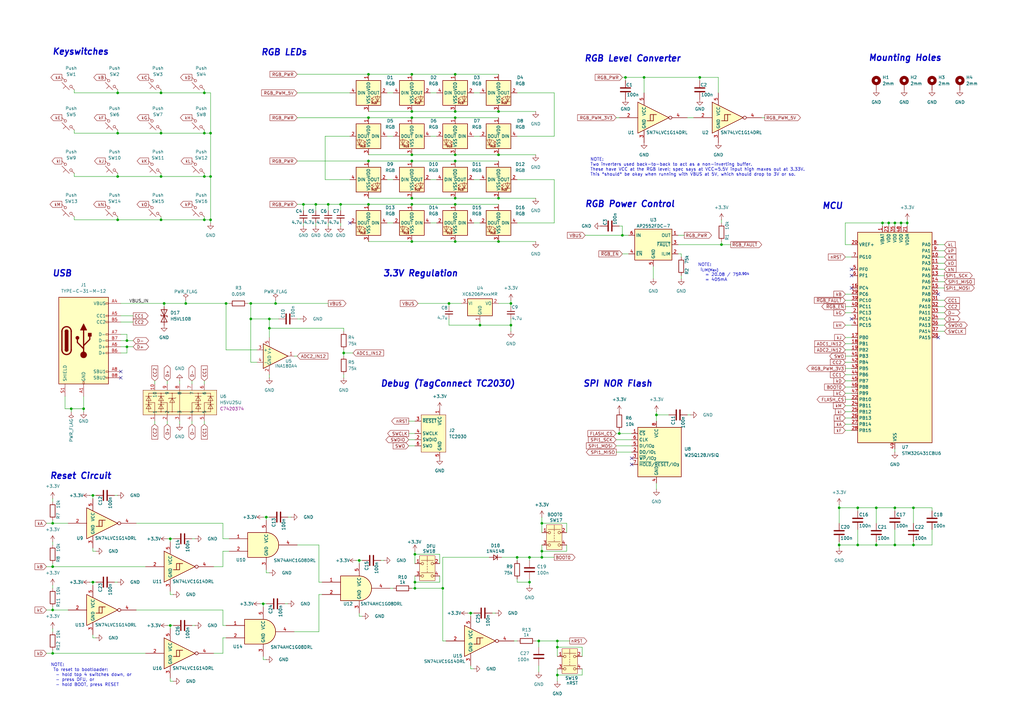
<source format=kicad_sch>
(kicad_sch (version 20250114) (generator "eeschema") (generator_version "9.0")
  (paper "A3")
  (title_block (title "Kobold") (company "Nick Brassel (gh:@tzarc)"))
  (text "NOTE:\n I_{LIM(Max)}\n   = 20.08 / 75^{0.904}\n   = 405mA" (at 286.258 111.76 0) (effects (font (size 1.27 1.27)) (justify left)))
  (text "SPI NOR Flash" (at 239.014 157.48 0) (effects (font (size 2.54 2.54) (bold yes) (italic yes)) (justify left)))
  (text "Reset Circuit" (at 20.32 195.326 0) (effects (font (size 2.54 2.54) (bold yes) (italic yes)) (justify left)))
  (text "MCU" (at 337.058 84.582 0) (effects (font (size 2.54 2.54) (bold yes) (italic yes)) (justify left)))
  (text "RGB Power Control" (at 239.776 83.82 0) (effects (font (size 2.54 2.54) (bold yes) (italic yes)) (justify left)))
  (text "3.3V Regulation" (at 156.972 112.268 0) (effects (font (size 2.54 2.54) (bold yes) (italic yes)) (justify left)))
  (text "RGB Level Converter" (at 239.522 24.13 0) (effects (font (size 2.54 2.54) (bold yes) (italic yes)) (justify left)))
  (text "RGB LEDs" (at 106.934 21.59 0) (effects (font (size 2.54 2.54) (bold yes) (italic yes)) (justify left)))
  (text "Mounting Holes" (at 356.108 23.876 0) (effects (font (size 2.54 2.54) (bold yes) (italic yes)) (justify left)))
  (text "USB" (at 21.336 112.268 0) (effects (font (size 2.54 2.54) (bold yes) (italic yes)) (justify left)))
  (text "NOTE:\n To reset to bootloader:\n  - hold top 4 switches down, or\n  - press DFU, or\n  - hold BOOT, press RESET\n" (at 20.828 276.86 0) (effects (font (size 1.27 1.27)) (justify left)))
  (text "Keyswitches" (at 21.336 21.336 0) (effects (font (size 2.54 2.54) (bold yes) (italic yes)) (justify left)))
  (text "Debug (TagConnect TC2030)" (at 155.956 157.48 0) (effects (font (size 2.54 2.54) (bold yes) (italic yes)) (justify left)))
  (text "NOTE:\nTwo inverters used back-to-back to act as a non-inverting buffer.\nThese have VCC at the RGB level; spec says at VCC=5.5V input high maxes out at 3.33V.\nThis *should* be okay when running with VBUS at 5V, which should drop to 3V or so." (at 242.062 68.58 0) (effects (font (size 1.27 1.27)) (justify left)))
  (junction (at 170.18 241.3))
  (junction (at 21.59 250.19))
  (junction (at 359.41 223.52))
  (junction (at 140.97 144.78))
  (junction (at 69.85 256.54))
  (junction (at 184.15 124.46))
  (junction (at 170.18 227.33))
  (junction (at 86.36 54.61))
  (junction (at 66.04 90.17))
  (junction (at 134.62 83.82))
  (junction (at 110.49 130.81))
  (junction (at 344.17 223.52))
  (junction (at 204.47 99.06))
  (junction (at 66.04 38.1))
  (junction (at 374.65 223.52))
  (junction (at 209.55 133.35))
  (junction (at 168.91 48.26))
  (junction (at 186.69 48.26))
  (junction (at 228.6 276.86))
  (junction (at 186.69 63.5))
  (junction (at 255.27 96.52))
  (junction (at 110.49 134.62))
  (junction (at 66.04 54.61))
  (junction (at 52.07 139.7))
  (junction (at 48.26 54.61))
  (junction (at 344.17 208.28))
  (junction (at 83.82 54.61))
  (junction (at 83.82 72.39))
  (junction (at 361.95 91.44))
  (junction (at 168.91 30.48))
  (junction (at 186.69 66.04))
  (junction (at 256.54 31.75))
  (junction (at 168.91 63.5))
  (junction (at 48.26 38.1))
  (junction (at 374.65 208.28))
  (junction (at 67.31 124.46))
  (junction (at 38.1 203.2))
  (junction (at 168.91 81.28))
  (junction (at 168.91 83.82))
  (junction (at 113.03 124.46))
  (junction (at 359.41 208.28))
  (junction (at 21.59 214.63))
  (junction (at 287.02 31.75))
  (junction (at 92.71 124.46))
  (junction (at 186.69 30.48))
  (junction (at 222.25 214.63))
  (junction (at 139.7 83.82))
  (junction (at 124.46 83.82))
  (junction (at 217.17 228.6))
  (junction (at 372.11 91.44))
  (junction (at 170.18 238.76))
  (junction (at 186.69 83.82))
  (junction (at 181.61 241.3))
  (junction (at 367.03 91.44))
  (junction (at 129.54 83.82))
  (junction (at 209.55 124.46))
  (junction (at 21.59 267.97))
  (junction (at 66.04 72.39))
  (junction (at 222.25 226.06))
  (junction (at 204.47 45.72))
  (junction (at 364.49 91.44))
  (junction (at 29.21 167.64))
  (junction (at 168.91 66.04))
  (junction (at 369.57 91.44))
  (junction (at 351.79 223.52))
  (junction (at 151.13 30.48))
  (junction (at 186.69 45.72))
  (junction (at 151.13 66.04))
  (junction (at 204.47 63.5))
  (junction (at 295.91 100.33))
  (junction (at 217.17 238.76))
  (junction (at 102.87 130.81))
  (junction (at 220.98 262.89))
  (junction (at 222.25 228.6))
  (junction (at 48.26 72.39))
  (junction (at 228.6 262.89))
  (junction (at 48.26 90.17))
  (junction (at 102.87 124.46))
  (junction (at 367.03 208.28))
  (junction (at 76.2 124.46))
  (junction (at 34.29 167.64))
  (junction (at 168.91 99.06))
  (junction (at 168.91 45.72))
  (junction (at 86.36 90.17))
  (junction (at 151.13 48.26))
  (junction (at 186.69 99.06))
  (junction (at 109.22 212.09))
  (junction (at 38.1 238.76))
  (junction (at 21.59 232.41))
  (junction (at 193.04 251.46))
  (junction (at 151.13 83.82))
  (junction (at 367.03 223.52))
  (junction (at 228.6 265.43))
  (junction (at 264.16 31.75))
  (junction (at 83.82 90.17))
  (junction (at 254 177.8))
  (junction (at 107.95 247.65))
  (junction (at 52.07 142.24))
  (junction (at 212.09 228.6))
  (junction (at 204.47 81.28))
  (junction (at 147.32 229.87))
  (junction (at 69.85 220.98))
  (junction (at 196.85 133.35))
  (junction (at 186.69 81.28))
  (junction (at 83.82 38.1))
  (junction (at 351.79 208.28))
  (junction (at 86.36 72.39))
  (junction (at 269.24 170.18))
  (no_connect (at 384.81 138.43))
  (no_connect (at 349.25 118.11))
  (no_connect (at 49.53 152.4))
  (no_connect (at 349.25 110.49))
  (no_connect (at 349.25 113.03))
  (no_connect (at 143.51 91.44))
  (no_connect (at 259.08 190.5))
  (no_connect (at 259.08 187.96))
  (no_connect (at 349.25 130.81))
  (no_connect (at 49.53 154.94))
  (no_connect (at 384.81 120.65))
  (wire (pts (xy 73.66 156.21) (xy 73.66 157.48)))
  (wire (pts (xy 186.69 83.82) (xy 204.47 83.82)))
  (wire (pts (xy 69.85 243.84) (xy 69.85 242.57)))
  (wire (pts (xy 151.13 30.48) (xy 168.91 30.48)))
  (wire (pts (xy 186.69 99.06) (xy 204.47 99.06)))
  (wire (pts (xy 228.6 276.86) (xy 228.6 274.32)))
  (wire (pts (xy 346.71 173.99) (xy 349.25 173.99)))
  (wire (pts (xy 252.73 185.42) (xy 259.08 185.42)))
  (wire (pts (xy 119.38 212.09) (xy 118.11 212.09)))
  (wire (pts (xy 168.91 83.82) (xy 186.69 83.82)))
  (wire (pts (xy 252.73 180.34) (xy 259.08 180.34)))
  (wire (pts (xy 346.71 171.45) (xy 349.25 171.45)))
  (wire (pts (xy 367.03 91.44) (xy 369.57 91.44)))
  (wire (pts (xy 21.59 257.81) (xy 21.59 259.08)))
  (wire (pts (xy 212.09 237.49) (xy 212.09 238.76)))
  (wire (pts (xy 374.65 208.28) (xy 374.65 214.63)))
  (wire (pts (xy 217.17 237.49) (xy 217.17 238.76)))
  (wire (pts (xy 186.69 66.04) (xy 204.47 66.04)))
  (wire (pts (xy 109.22 234.95) (xy 109.22 233.68)))
  (wire (pts (xy 181.61 262.89) (xy 182.88 262.89)))
  (wire (pts (xy 232.41 218.44) (xy 232.41 214.63)))
  (wire (pts (xy 38.1 203.2) (xy 38.1 204.47)))
  (wire (pts (xy 52.07 137.16) (xy 49.53 137.16)))
  (wire (pts (xy 279.4 114.3) (xy 279.4 113.03)))
  (wire (pts (xy 374.65 222.25) (xy 374.65 223.52)))
  (wire (pts (xy 87.63 267.97) (xy 91.44 267.97)))
  (wire (pts (xy 148.59 229.87) (xy 147.32 229.87)))
  (wire (pts (xy 184.15 130.81) (xy 184.15 133.35)))
  (wire (pts (xy 220.98 262.89) (xy 228.6 262.89)))
  (wire (pts (xy 83.82 88.9) (xy 83.82 90.17)))
  (wire (pts (xy 107.95 247.65) (xy 107.95 248.92)))
  (wire (pts (xy 30.48 38.1) (xy 48.26 38.1)))
  (wire (pts (xy 361.95 91.44) (xy 364.49 91.44)))
  (wire (pts (xy 124.46 86.36) (xy 124.46 83.82)))
  (wire (pts (xy 48.26 238.76) (xy 46.99 238.76)))
  (wire (pts (xy 194.31 73.66) (xy 196.85 73.66)))
  (wire (pts (xy 139.7 83.82) (xy 151.13 83.82)))
  (wire (pts (xy 78.74 173.99) (xy 78.74 172.72)))
  (wire (pts (xy 269.24 168.91) (xy 269.24 170.18)))
  (wire (pts (xy 168.91 99.06) (xy 186.69 99.06)))
  (wire (pts (xy 186.69 48.26) (xy 204.47 48.26)))
  (wire (pts (xy 121.92 48.26) (xy 151.13 48.26)))
  (wire (pts (xy 113.03 124.46) (xy 134.62 124.46)))
  (wire (pts (xy 367.03 217.17) (xy 367.03 223.52)))
  (wire (pts (xy 21.59 231.14) (xy 21.59 232.41)))
  (wire (pts (xy 148.59 252.73) (xy 147.32 252.73)))
  (wire (pts (xy 49.53 139.7) (xy 52.07 139.7)))
  (wire (pts (xy 359.41 223.52) (xy 367.03 223.52)))
  (wire (pts (xy 382.27 208.28) (xy 382.27 209.55)))
  (wire (pts (xy 21.59 266.7) (xy 21.59 267.97)))
  (wire (pts (xy 30.48 38.1) (xy 30.48 36.83)))
  (wire (pts (xy 170.18 226.06) (xy 170.18 227.33)))
  (wire (pts (xy 346.71 176.53) (xy 349.25 176.53)))
  (wire (pts (xy 387.35 107.95) (xy 384.81 107.95)))
  (wire (pts (xy 387.35 110.49) (xy 384.81 110.49)))
  (wire (pts (xy 359.41 222.25) (xy 359.41 223.52)))
  (wire (pts (xy 217.17 228.6) (xy 222.25 228.6)))
  (wire (pts (xy 283.21 170.18) (xy 281.94 170.18)))
  (wire (pts (xy 186.69 30.48) (xy 204.47 30.48)))
  (wire (pts (xy 161.29 91.44) (xy 158.75 91.44)))
  (wire (pts (xy 91.44 261.62) (xy 92.71 261.62)))
  (wire (pts (xy 83.82 90.17) (xy 86.36 90.17)))
  (wire (pts (xy 387.35 105.41) (xy 384.81 105.41)))
  (wire (pts (xy 167.64 172.72) (xy 170.18 172.72)))
  (wire (pts (xy 279.4 104.14) (xy 279.4 105.41)))
  (wire (pts (xy 346.71 133.35) (xy 349.25 133.35)))
  (wire (pts (xy 130.81 259.08) (xy 130.81 243.84)))
  (wire (pts (xy 69.85 279.4) (xy 69.85 278.13)))
  (wire (pts (xy 351.79 217.17) (xy 351.79 223.52)))
  (wire (pts (xy 54.61 139.7) (xy 52.07 139.7)))
  (wire (pts (xy 36.83 203.2) (xy 38.1 203.2)))
  (wire (pts (xy 344.17 208.28) (xy 344.17 214.63)))
  (wire (pts (xy 63.5 156.21) (xy 63.5 157.48)))
  (wire (pts (xy 52.07 142.24) (xy 52.07 144.78)))
  (wire (pts (xy 66.04 72.39) (xy 83.82 72.39)))
  (wire (pts (xy 367.03 92.71) (xy 367.03 91.44)))
  (wire (pts (xy 86.36 54.61) (xy 86.36 72.39)))
  (wire (pts (xy 140.97 143.51) (xy 140.97 144.78)))
  (wire (pts (xy 344.17 222.25) (xy 344.17 223.52)))
  (wire (pts (xy 21.59 204.47) (xy 21.59 205.74)))
  (wire (pts (xy 278.13 96.52) (xy 280.67 96.52)))
  (wire (pts (xy 91.44 267.97) (xy 91.44 261.62)))
  (wire (pts (xy 67.31 124.46) (xy 76.2 124.46)))
  (wire (pts (xy 168.91 81.28) (xy 186.69 81.28)))
  (wire (pts (xy 222.25 228.6) (xy 227.33 228.6)))
  (wire (pts (xy 110.49 234.95) (xy 109.22 234.95)))
  (wire (pts (xy 38.1 226.06) (xy 38.1 224.79)))
  (wire (pts (xy 49.53 142.24) (xy 52.07 142.24)))
  (wire (pts (xy 346.71 125.73) (xy 349.25 125.73)))
  (wire (pts (xy 346.71 146.05) (xy 349.25 146.05)))
  (wire (pts (xy 66.04 88.9) (xy 66.04 90.17)))
  (wire (pts (xy 346.71 153.67) (xy 349.25 153.67)))
  (wire (pts (xy 168.91 63.5) (xy 186.69 63.5)))
  (wire (pts (xy 346.71 143.51) (xy 349.25 143.51)))
  (wire (pts (xy 83.82 156.21) (xy 83.82 157.48)))
  (wire (pts (xy 102.87 130.81) (xy 102.87 148.59)))
  (wire (pts (xy 194.31 274.32) (xy 193.04 274.32)))
  (wire (pts (xy 278.13 104.14) (xy 279.4 104.14)))
  (wire (pts (xy 102.87 130.81) (xy 110.49 130.81)))
  (wire (pts (xy 274.32 170.18) (xy 269.24 170.18)))
  (wire (pts (xy 86.36 90.17) (xy 86.36 91.44)))
  (wire (pts (xy 71.12 243.84) (xy 69.85 243.84)))
  (wire (pts (xy 134.62 83.82) (xy 139.7 83.82)))
  (wire (pts (xy 83.82 72.39) (xy 86.36 72.39)))
  (wire (pts (xy 71.12 220.98) (xy 69.85 220.98)))
  (wire (pts (xy 83.82 38.1) (xy 86.36 38.1)))
  (wire (pts (xy 109.22 270.51) (xy 107.95 270.51)))
  (wire (pts (xy 264.16 31.75) (xy 264.16 38.1)))
  (wire (pts (xy 19.05 250.19) (xy 21.59 250.19)))
  (wire (pts (xy 129.54 92.71) (xy 129.54 91.44)))
  (wire (pts (xy 346.71 91.44) (xy 346.71 100.33)))
  (wire (pts (xy 114.3 130.81) (xy 110.49 130.81)))
  (wire (pts (xy 146.05 229.87) (xy 147.32 229.87)))
  (wire (pts (xy 191.77 251.46) (xy 193.04 251.46)))
  (wire (pts (xy 109.22 247.65) (xy 107.95 247.65)))
  (wire (pts (xy 109.22 212.09) (xy 109.22 213.36)))
  (wire (pts (xy 346.71 91.44) (xy 361.95 91.44)))
  (wire (pts (xy 364.49 92.71) (xy 364.49 91.44)))
  (wire (pts (xy 209.55 123.19) (xy 209.55 124.46)))
  (wire (pts (xy 48.26 53.34) (xy 48.26 54.61)))
  (wire (pts (xy 228.6 279.4) (xy 228.6 276.86)))
  (wire (pts (xy 346.71 138.43) (xy 349.25 138.43)))
  (wire (pts (xy 374.65 223.52) (xy 382.27 223.52)))
  (wire (pts (xy 179.07 91.44) (xy 176.53 91.44)))
  (wire (pts (xy 34.29 162.56) (xy 34.29 167.64)))
  (wire (pts (xy 346.71 148.59) (xy 349.25 148.59)))
  (wire (pts (xy 382.27 217.17) (xy 382.27 223.52)))
  (wire (pts (xy 170.18 227.33) (xy 170.18 231.14)))
  (wire (pts (xy 346.71 120.65) (xy 349.25 120.65)))
  (wire (pts (xy 344.17 223.52) (xy 344.17 224.79)))
  (wire (pts (xy 110.49 134.62) (xy 140.97 134.62)))
  (wire (pts (xy 254 177.8) (xy 259.08 177.8)))
  (wire (pts (xy 209.55 124.46) (xy 209.55 125.73)))
  (wire (pts (xy 228.6 265.43) (xy 238.76 265.43)))
  (wire (pts (xy 123.19 130.81) (xy 121.92 130.81)))
  (wire (pts (xy 30.48 72.39) (xy 48.26 72.39)))
  (wire (pts (xy 34.29 167.64) (xy 34.29 168.91)))
  (wire (pts (xy 151.13 66.04) (xy 168.91 66.04)))
  (wire (pts (xy 346.71 123.19) (xy 349.25 123.19)))
  (wire (pts (xy 107.95 270.51) (xy 107.95 269.24)))
  (wire (pts (xy 170.18 241.3) (xy 181.61 241.3)))
  (wire (pts (xy 372.11 91.44) (xy 372.11 92.71)))
  (wire (pts (xy 364.49 91.44) (xy 367.03 91.44)))
  (wire (pts (xy 21.59 250.19) (xy 27.94 250.19)))
  (wire (pts (xy 203.2 251.46) (xy 201.93 251.46)))
  (wire (pts (xy 26.67 162.56) (xy 26.67 167.64)))
  (wire (pts (xy 86.36 72.39) (xy 86.36 90.17)))
  (wire (pts (xy 19.05 267.97) (xy 21.59 267.97)))
  (wire (pts (xy 256.54 31.75) (xy 256.54 33.02)))
  (wire (pts (xy 184.15 124.46) (xy 184.15 125.73)))
  (wire (pts (xy 168.91 30.48) (xy 186.69 30.48)))
  (wire (pts (xy 176.53 73.66) (xy 179.07 73.66)))
  (wire (pts (xy 92.71 124.46) (xy 93.98 124.46)))
  (wire (pts (xy 121.92 66.04) (xy 151.13 66.04)))
  (wire (pts (xy 351.79 223.52) (xy 359.41 223.52)))
  (wire (pts (xy 209.55 135.89) (xy 209.55 133.35)))
  (wire (pts (xy 212.09 228.6) (xy 212.09 229.87)))
  (wire (pts (xy 54.61 129.54) (xy 49.53 129.54)))
  (wire (pts (xy 346.71 163.83) (xy 349.25 163.83)))
  (wire (pts (xy 344.17 223.52) (xy 351.79 223.52)))
  (wire (pts (xy 67.31 124.46) (xy 67.31 125.73)))
  (wire (pts (xy 287.02 31.75) (xy 287.02 33.02)))
  (wire (pts (xy 68.58 256.54) (xy 69.85 256.54)))
  (wire (pts (xy 21.59 222.25) (xy 21.59 223.52)))
  (wire (pts (xy 110.49 130.81) (xy 110.49 134.62)))
  (wire (pts (xy 346.71 140.97) (xy 349.25 140.97)))
  (wire (pts (xy 252.73 182.88) (xy 259.08 182.88)))
  (wire (pts (xy 346.71 100.33) (xy 349.25 100.33)))
  (wire (pts (xy 55.88 250.19) (xy 91.44 250.19)))
  (wire (pts (xy 86.36 38.1) (xy 86.36 54.61)))
  (wire (pts (xy 171.45 124.46) (xy 184.15 124.46)))
  (wire (pts (xy 48.26 90.17) (xy 66.04 90.17)))
  (wire (pts (xy 369.57 91.44) (xy 372.11 91.44)))
  (wire (pts (xy 346.71 105.41) (xy 349.25 105.41)))
  (wire (pts (xy 269.24 170.18) (xy 269.24 172.72)))
  (wire (pts (xy 147.32 252.73) (xy 147.32 251.46)))
  (wire (pts (xy 180.34 238.76) (xy 170.18 238.76)))
  (wire (pts (xy 118.11 247.65) (xy 116.84 247.65)))
  (wire (pts (xy 78.74 156.21) (xy 78.74 157.48)))
  (wire (pts (xy 124.46 92.71) (xy 124.46 91.44)))
  (wire (pts (xy 21.59 267.97) (xy 59.69 267.97)))
  (wire (pts (xy 158.75 73.66) (xy 161.29 73.66)))
  (wire (pts (xy 30.48 90.17) (xy 30.48 88.9)))
  (wire (pts (xy 69.85 220.98) (xy 69.85 222.25)))
  (wire (pts (xy 346.71 158.75) (xy 349.25 158.75)))
  (wire (pts (xy 186.69 63.5) (xy 204.47 63.5)))
  (wire (pts (xy 181.61 241.3) (xy 181.61 228.6)))
  (wire (pts (xy 39.37 203.2) (xy 38.1 203.2)))
  (wire (pts (xy 295.91 99.06) (xy 295.91 100.33)))
  (wire (pts (xy 170.18 236.22) (xy 170.18 238.76)))
  (wire (pts (xy 139.7 92.71) (xy 139.7 91.44)))
  (wire (pts (xy 346.71 156.21) (xy 349.25 156.21)))
  (wire (pts (xy 346.71 166.37) (xy 349.25 166.37)))
  (wire (pts (xy 227.33 38.1) (xy 227.33 55.88)))
  (wire (pts (xy 91.44 214.63) (xy 91.44 220.98)))
  (wire (pts (xy 80.01 256.54) (xy 78.74 256.54)))
  (wire (pts (xy 367.03 208.28) (xy 374.65 208.28)))
  (wire (pts (xy 151.13 99.06) (xy 168.91 99.06)))
  (wire (pts (xy 295.91 90.17) (xy 295.91 91.44)))
  (wire (pts (xy 91.44 256.54) (xy 92.71 256.54)))
  (wire (pts (xy 176.53 38.1) (xy 179.07 38.1)))
  (wire (pts (xy 55.88 214.63) (xy 91.44 214.63)))
  (wire (pts (xy 91.44 250.19) (xy 91.44 256.54)))
  (wire (pts (xy 83.82 36.83) (xy 83.82 38.1)))
  (wire (pts (xy 295.91 100.33) (xy 299.72 100.33)))
  (wire (pts (xy 52.07 139.7) (xy 52.07 137.16)))
  (wire (pts (xy 168.91 241.3) (xy 170.18 241.3)))
  (wire (pts (xy 160.02 241.3) (xy 161.29 241.3)))
  (wire (pts (xy 158.75 38.1) (xy 161.29 38.1)))
  (wire (pts (xy 36.83 238.76) (xy 38.1 238.76)))
  (wire (pts (xy 76.2 123.19) (xy 76.2 124.46)))
  (wire (pts (xy 387.35 128.27) (xy 384.81 128.27)))
  (wire (pts (xy 110.49 212.09) (xy 109.22 212.09)))
  (wire (pts (xy 129.54 83.82) (xy 134.62 83.82)))
  (wire (pts (xy 346.71 161.29) (xy 349.25 161.29)))
  (wire (pts (xy 38.1 261.62) (xy 38.1 260.35)))
  (wire (pts (xy 168.91 66.04) (xy 186.69 66.04)))
  (wire (pts (xy 110.49 153.67) (xy 110.49 154.94)))
  (wire (pts (xy 66.04 54.61) (xy 83.82 54.61)))
  (wire (pts (xy 66.04 38.1) (xy 83.82 38.1)))
  (wire (pts (xy 71.12 279.4) (xy 69.85 279.4)))
  (wire (pts (xy 222.25 223.52) (xy 222.25 226.06)))
  (wire (pts (xy 367.03 223.52) (xy 374.65 223.52)))
  (wire (pts (xy 167.64 180.34) (xy 170.18 180.34)))
  (wire (pts (xy 196.85 132.08) (xy 196.85 133.35)))
  (wire (pts (xy 140.97 144.78) (xy 140.97 146.05)))
  (wire (pts (xy 29.21 167.64) (xy 34.29 167.64)))
  (wire (pts (xy 204.47 99.06) (xy 219.71 99.06)))
  (wire (pts (xy 83.82 173.99) (xy 83.82 172.72)))
  (wire (pts (xy 167.64 182.88) (xy 170.18 182.88)))
  (wire (pts (xy 186.69 45.72) (xy 204.47 45.72)))
  (wire (pts (xy 130.81 223.52) (xy 130.81 238.76)))
  (wire (pts (xy 346.71 151.13) (xy 349.25 151.13)))
  (wire (pts (xy 238.76 269.24) (xy 238.76 265.43)))
  (wire (pts (xy 102.87 124.46) (xy 113.03 124.46)))
  (wire (pts (xy 48.26 36.83) (xy 48.26 38.1)))
  (wire (pts (xy 130.81 238.76) (xy 132.08 238.76)))
  (wire (pts (xy 220.98 265.43) (xy 220.98 262.89)))
  (wire (pts (xy 151.13 63.5) (xy 168.91 63.5)))
  (wire (pts (xy 212.09 55.88) (xy 227.33 55.88)))
  (wire (pts (xy 147.32 229.87) (xy 147.32 231.14)))
  (wire (pts (xy 21.59 213.36) (xy 21.59 214.63)))
  (wire (pts (xy 255.27 96.52) (xy 257.81 96.52)))
  (wire (pts (xy 102.87 124.46) (xy 102.87 130.81)))
  (wire (pts (xy 54.61 132.08) (xy 49.53 132.08)))
  (wire (pts (xy 48.26 38.1) (xy 66.04 38.1)))
  (wire (pts (xy 212.09 38.1) (xy 227.33 38.1)))
  (wire (pts (xy 21.59 214.63) (xy 27.94 214.63)))
  (wire (pts (xy 256.54 31.75) (xy 264.16 31.75)))
  (wire (pts (xy 83.82 53.34) (xy 83.82 54.61)))
  (wire (pts (xy 228.6 265.43) (xy 228.6 269.24)))
  (wire (pts (xy 196.85 91.44) (xy 194.31 91.44)))
  (wire (pts (xy 287.02 31.75) (xy 294.64 31.75)))
  (wire (pts (xy 21.59 232.41) (xy 59.69 232.41)))
  (wire (pts (xy 38.1 238.76) (xy 38.1 240.03)))
  (wire (pts (xy 134.62 86.36) (xy 134.62 83.82)))
  (wire (pts (xy 361.95 92.71) (xy 361.95 91.44)))
  (wire (pts (xy 63.5 173.99) (xy 63.5 172.72)))
  (wire (pts (xy 120.65 259.08) (xy 130.81 259.08)))
  (wire (pts (xy 92.71 143.51) (xy 105.41 143.51)))
  (wire (pts (xy 66.04 90.17) (xy 83.82 90.17)))
  (wire (pts (xy 66.04 71.12) (xy 66.04 72.39)))
  (wire (pts (xy 387.35 123.19) (xy 384.81 123.19)))
  (wire (pts (xy 91.44 226.06) (xy 93.98 226.06)))
  (wire (pts (xy 205.74 228.6) (xy 212.09 228.6)))
  (wire (pts (xy 48.26 71.12) (xy 48.26 72.39)))
  (wire (pts (xy 212.09 228.6) (xy 217.17 228.6)))
  (wire (pts (xy 222.25 226.06) (xy 232.41 226.06)))
  (wire (pts (xy 48.26 88.9) (xy 48.26 90.17)))
  (wire (pts (xy 359.41 208.28) (xy 367.03 208.28)))
  (wire (pts (xy 19.05 232.41) (xy 21.59 232.41)))
  (wire (pts (xy 232.41 223.52) (xy 232.41 226.06)))
  (wire (pts (xy 181.61 241.3) (xy 181.61 262.89)))
  (wire (pts (xy 281.94 48.26) (xy 284.48 48.26)))
  (wire (pts (xy 204.47 81.28) (xy 219.71 81.28)))
  (wire (pts (xy 48.26 72.39) (xy 66.04 72.39)))
  (wire (pts (xy 227.33 73.66) (xy 227.33 91.44)))
  (wire (pts (xy 387.35 115.57) (xy 384.81 115.57)))
  (wire (pts (xy 133.35 55.88) (xy 133.35 73.66)))
  (wire (pts (xy 387.35 130.81) (xy 384.81 130.81)))
  (wire (pts (xy 351.79 208.28) (xy 359.41 208.28)))
  (wire (pts (xy 71.12 256.54) (xy 69.85 256.54)))
  (wire (pts (xy 387.35 125.73) (xy 384.81 125.73)))
  (wire (pts (xy 102.87 148.59) (xy 105.41 148.59)))
  (wire (pts (xy 180.34 236.22) (xy 180.34 238.76)))
  (wire (pts (xy 196.85 55.88) (xy 194.31 55.88)))
  (wire (pts (xy 351.79 208.28) (xy 351.79 209.55)))
  (wire (pts (xy 30.48 54.61) (xy 48.26 54.61)))
  (wire (pts (xy 184.15 124.46) (xy 189.23 124.46)))
  (wire (pts (xy 193.04 251.46) (xy 193.04 252.73)))
  (wire (pts (xy 21.59 240.03) (xy 21.59 241.3)))
  (wire (pts (xy 30.48 72.39) (xy 30.48 71.12)))
  (wire (pts (xy 228.6 276.86) (xy 238.76 276.86)))
  (wire (pts (xy 374.65 208.28) (xy 382.27 208.28)))
  (wire (pts (xy 228.6 262.89) (xy 233.68 262.89)))
  (wire (pts (xy 49.53 124.46) (xy 67.31 124.46)))
  (wire (pts (xy 179.07 55.88) (xy 176.53 55.88)))
  (wire (pts (xy 217.17 238.76) (xy 217.17 240.03)))
  (wire (pts (xy 29.21 167.64) (xy 29.21 168.91)))
  (wire (pts (xy 269.24 198.12) (xy 269.24 200.66)))
  (wire (pts (xy 133.35 73.66) (xy 143.51 73.66)))
  (wire (pts (xy 210.82 262.89) (xy 212.09 262.89)))
  (wire (pts (xy 346.71 128.27) (xy 349.25 128.27)))
  (wire (pts (xy 48.26 54.61) (xy 66.04 54.61)))
  (wire (pts (xy 193.04 274.32) (xy 193.04 273.05)))
  (wire (pts (xy 220.98 275.59) (xy 220.98 273.05)))
  (wire (pts (xy 267.97 114.3) (xy 267.97 109.22)))
  (wire (pts (xy 140.97 134.62) (xy 140.97 135.89)))
  (wire (pts (xy 255.27 104.14) (xy 257.81 104.14)))
  (wire (pts (xy 91.44 232.41) (xy 91.44 226.06)))
  (wire (pts (xy 180.34 231.14) (xy 180.34 227.33)))
  (wire (pts (xy 106.68 247.65) (xy 107.95 247.65)))
  (wire (pts (xy 30.48 90.17) (xy 48.26 90.17)))
  (wire (pts (xy 69.85 256.54) (xy 69.85 257.81)))
  (wire (pts (xy 68.58 173.99) (xy 68.58 172.72)))
  (wire (pts (xy 255.27 92.71) (xy 255.27 96.52)))
  (wire (pts (xy 387.35 135.89) (xy 384.81 135.89)))
  (wire (pts (xy 130.81 243.84) (xy 132.08 243.84)))
  (wire (pts (xy 121.92 83.82) (xy 124.46 83.82)))
  (wire (pts (xy 344.17 207.01) (xy 344.17 208.28)))
  (wire (pts (xy 161.29 55.88) (xy 158.75 55.88)))
  (wire (pts (xy 73.66 173.99) (xy 73.66 172.72)))
  (wire (pts (xy 387.35 113.03) (xy 384.81 113.03)))
  (wire (pts (xy 66.04 53.34) (xy 66.04 54.61)))
  (wire (pts (xy 254 92.71) (xy 255.27 92.71)))
  (wire (pts (xy 222.25 212.09) (xy 222.25 214.63)))
  (wire (pts (xy 204.47 124.46) (xy 209.55 124.46)))
  (wire (pts (xy 151.13 83.82) (xy 168.91 83.82)))
  (wire (pts (xy 359.41 208.28) (xy 359.41 214.63)))
  (wire (pts (xy 48.26 203.2) (xy 46.99 203.2)))
  (wire (pts (xy 184.15 133.35) (xy 196.85 133.35)))
  (wire (pts (xy 83.82 54.61) (xy 86.36 54.61)))
  (wire (pts (xy 151.13 81.28) (xy 168.91 81.28)))
  (wire (pts (xy 121.92 30.48) (xy 151.13 30.48)))
  (wire (pts (xy 101.6 124.46) (xy 102.87 124.46)))
  (wire (pts (xy 110.49 134.62) (xy 110.49 138.43)))
  (wire (pts (xy 254 176.53) (xy 254 177.8)))
  (wire (pts (xy 143.51 38.1) (xy 121.92 38.1)))
  (wire (pts (xy 219.71 262.89) (xy 220.98 262.89)))
  (wire (pts (xy 68.58 156.21) (xy 68.58 157.48)))
  (wire (pts (xy 387.35 118.11) (xy 384.81 118.11)))
  (wire (pts (xy 367.03 185.42) (xy 367.03 184.15)))
  (wire (pts (xy 186.69 81.28) (xy 204.47 81.28)))
  (wire (pts (xy 30.48 54.61) (xy 30.48 53.34)))
  (wire (pts (xy 387.35 100.33) (xy 384.81 100.33)))
  (wire (pts (xy 367.03 208.28) (xy 367.03 209.55)))
  (wire (pts (xy 252.73 177.8) (xy 254 177.8)))
  (wire (pts (xy 232.41 214.63) (xy 222.25 214.63)))
  (wire (pts (xy 181.61 228.6) (xy 200.66 228.6)))
  (wire (pts (xy 151.13 48.26) (xy 168.91 48.26)))
  (wire (pts (xy 121.92 223.52) (xy 130.81 223.52)))
  (wire (pts (xy 204.47 45.72) (xy 219.71 45.72)))
  (wire (pts (xy 107.95 212.09) (xy 109.22 212.09)))
  (wire (pts (xy 209.55 130.81) (xy 209.55 133.35)))
  (wire (pts (xy 196.85 133.35) (xy 209.55 133.35)))
  (wire (pts (xy 80.01 220.98) (xy 78.74 220.98)))
  (wire (pts (xy 344.17 208.28) (xy 351.79 208.28)))
  (wire (pts (xy 92.71 124.46) (xy 92.71 143.51)))
  (wire (pts (xy 222.25 214.63) (xy 222.25 218.44)))
  (wire (pts (xy 168.91 48.26) (xy 186.69 48.26)))
  (wire (pts (xy 278.13 100.33) (xy 295.91 100.33)))
  (wire (pts (xy 194.31 251.46) (xy 193.04 251.46)))
  (wire (pts (xy 52.07 142.24) (xy 54.61 142.24)))
  (wire (pts (xy 167.64 177.8) (xy 170.18 177.8)))
  (wire (pts (xy 212.09 73.66) (xy 227.33 73.66)))
  (wire (pts (xy 264.16 31.75) (xy 287.02 31.75)))
  (wire (pts (xy 76.2 124.46) (xy 92.71 124.46)))
  (wire (pts (xy 170.18 238.76) (xy 170.18 241.3)))
  (wire (pts (xy 387.35 133.35) (xy 384.81 133.35)))
  (wire (pts (xy 194.31 38.1) (xy 196.85 38.1)))
  (wire (pts (xy 240.03 96.52) (xy 255.27 96.52)))
  (wire (pts (xy 168.91 45.72) (xy 186.69 45.72)))
  (wire (pts (xy 372.11 90.17) (xy 372.11 91.44)))
  (wire (pts (xy 212.09 238.76) (xy 217.17 238.76)))
  (wire (pts (xy 294.64 31.75) (xy 294.64 38.1)))
  (wire (pts (xy 39.37 261.62) (xy 38.1 261.62)))
  (wire (pts (xy 151.13 45.72) (xy 168.91 45.72)))
  (wire (pts (xy 180.34 227.33) (xy 170.18 227.33)))
  (wire (pts (xy 19.05 214.63) (xy 21.59 214.63)))
  (wire (pts (xy 129.54 86.36) (xy 129.54 83.82)))
  (wire (pts (xy 87.63 232.41) (xy 91.44 232.41)))
  (wire (pts (xy 222.25 226.06) (xy 222.25 228.6)))
  (wire (pts (xy 387.35 102.87) (xy 384.81 102.87)))
  (wire (pts (xy 39.37 238.76) (xy 38.1 238.76)))
  (wire (pts (xy 212.09 91.44) (xy 227.33 91.44)))
  (wire (pts (xy 134.62 92.71) (xy 134.62 91.44)))
  (wire (pts (xy 369.57 92.71) (xy 369.57 91.44)))
  (wire (pts (xy 255.27 31.75) (xy 256.54 31.75)))
  (wire (pts (xy 133.35 55.88) (xy 143.51 55.88)))
  (wire (pts (xy 21.59 248.92) (xy 21.59 250.19)))
  (wire (pts (xy 346.71 168.91) (xy 349.25 168.91)))
  (wire (pts (xy 313.69 48.26) (xy 312.42 48.26)))
  (wire (pts (xy 157.48 229.87) (xy 156.21 229.87)))
  (wire (pts (xy 91.44 220.98) (xy 93.98 220.98)))
  (wire (pts (xy 124.46 83.82) (xy 129.54 83.82)))
  (wire (pts (xy 140.97 153.67) (xy 140.97 154.94)))
  (wire (pts (xy 68.58 220.98) (xy 69.85 220.98)))
  (wire (pts (xy 238.76 274.32) (xy 238.76 276.86)))
  (wire (pts (xy 66.04 36.83) (xy 66.04 38.1)))
  (wire (pts (xy 83.82 71.12) (xy 83.82 72.39)))
  (wire (pts (xy 139.7 86.36) (xy 139.7 83.82)))
  (wire (pts (xy 140.97 144.78) (xy 144.78 144.78)))
  (wire (pts (xy 252.73 48.26) (xy 254 48.26)))
  (wire (pts (xy 39.37 226.06) (xy 38.1 226.06)))
  (wire (pts (xy 113.03 123.19) (xy 113.03 124.46)))
  (wire (pts (xy 204.47 63.5) (xy 219.71 63.5)))
  (wire (pts (xy 52.07 144.78) (xy 49.53 144.78)))
  (wire (pts (xy 217.17 228.6) (xy 217.17 229.87)))
  (wire (pts (xy 121.92 146.05) (xy 120.65 146.05)))
  (wire (pts (xy 26.67 167.64) (xy 29.21 167.64)))
  (wire (pts (xy 228.6 262.89) (xy 228.6 265.43)))
  (label "VBUS_IN" (at 60.96 124.46 180))
  (global_label "nRST" (shape output) (at 233.68 262.89 0) (property "Intersheetrefs" "${INTERSHEET_REFS}" (effects (hide yes))))
  (global_label "SWO" (shape input) (at 167.64 182.88 180) (property "Intersheetrefs" "${INTERSHEET_REFS}" (effects (hide yes))))
  (global_label "CC1" (shape input) (at 387.35 123.19 0) (property "Intersheetrefs" "${INTERSHEET_REFS}" (effects (hide yes))))
  (global_label "SPI1_SCK" (shape output) (at 387.35 113.03 0) (property "Intersheetrefs" "${INTERSHEET_REFS}" (effects (hide yes))))
  (global_label "SPI1_SCK" (shape input) (at 252.73 180.34 180) (property "Intersheetrefs" "${INTERSHEET_REFS}" (effects (hide yes))))
  (global_label "FLASH_CS" (shape output) (at 346.71 163.83 180) (property "Intersheetrefs" "${INTERSHEET_REFS}" (effects (hide yes))))
  (global_label "~{RGB_FAULT}" (shape output) (at 299.72 100.33 0) (property "Intersheetrefs" "${INTERSHEET_REFS}" (effects (hide yes))))
  (global_label "RGB_PWM_5V" (shape input) (at 121.92 38.1 180) (property "Intersheetrefs" "${INTERSHEET_REFS}" (effects (hide yes))))
  (global_label "RGB_PWM_3V3" (shape input) (at 252.73 48.26 180) (property "Intersheetrefs" "${INTERSHEET_REFS}" (effects (hide yes))))
  (global_label "SPI1_MISO" (shape output) (at 252.73 185.42 180) (property "Intersheetrefs" "${INTERSHEET_REFS}" (effects (hide yes))))
  (global_label "~{RGB_FAULT}" (shape input) (at 346.71 123.19 180) (property "Intersheetrefs" "${INTERSHEET_REFS}" (effects (hide yes))))
  (global_label "CC2" (shape input) (at 346.71 148.59 180) (property "Intersheetrefs" "${INTERSHEET_REFS}" (effects (hide yes))))
  (global_label "kD" (shape output) (at 78.74 31.75 180) (property "Intersheetrefs" "${INTERSHEET_REFS}" (effects (hide yes))))
  (global_label "kK" (shape input) (at 387.35 105.41 0) (property "Intersheetrefs" "${INTERSHEET_REFS}" (effects (hide yes))))
  (global_label "SWO" (shape output) (at 346.71 146.05 180) (property "Intersheetrefs" "${INTERSHEET_REFS}" (effects (hide yes))))
  (global_label "kD" (shape input) (at 346.71 156.21 180) (property "Intersheetrefs" "${INTERSHEET_REFS}" (effects (hide yes))))
  (global_label "kB" (shape output) (at 43.18 31.75 180) (property "Intersheetrefs" "${INTERSHEET_REFS}" (effects (hide yes))))
  (global_label "kO" (shape output) (at 60.96 83.82 180) (property "Intersheetrefs" "${INTERSHEET_REFS}" (effects (hide yes))))
  (global_label "RGB_PWM_3V3" (shape output) (at 346.71 151.13 180) (property "Intersheetrefs" "${INTERSHEET_REFS}" (effects (hide yes))))
  (global_label "CC1" (shape input) (at 346.71 153.67 180) (property "Intersheetrefs" "${INTERSHEET_REFS}" (effects (hide yes))))
  (global_label "ADC2_IN12" (shape input) (at 121.92 146.05 0) (property "Intersheetrefs" "${INTERSHEET_REFS}" (effects (hide yes))))
  (global_label "D+" (shape bidirectional) (at 387.35 130.81 0) (property "Intersheetrefs" "${INTERSHEET_REFS}" (effects (hide yes))))
  (global_label "kP" (shape output) (at 78.74 83.82 180) (property "Intersheetrefs" "${INTERSHEET_REFS}" (effects (hide yes))))
  (global_label "D-" (shape bidirectional) (at 387.35 128.27 0) (property "Intersheetrefs" "${INTERSHEET_REFS}" (effects (hide yes))))
  (global_label "ADC1_IN12" (shape input) (at 144.78 144.78 0) (property "Intersheetrefs" "${INTERSHEET_REFS}" (effects (hide yes))))
  (global_label "kG" (shape input) (at 346.71 128.27 180) (property "Intersheetrefs" "${INTERSHEET_REFS}" (effects (hide yes))))
  (global_label "ADC2_IN12" (shape input) (at 346.71 143.51 180) (property "Intersheetrefs" "${INTERSHEET_REFS}" (effects (hide yes))))
  (global_label "kA" (shape input) (at 346.71 173.99 180) (property "Intersheetrefs" "${INTERSHEET_REFS}" (effects (hide yes))))
  (global_label "~{RGB_EN}" (shape input) (at 255.27 104.14 180) (property "Intersheetrefs" "${INTERSHEET_REFS}" (effects (hide yes))))
  (global_label "D-" (shape bidirectional) (at 78.74 173.99 270) (property "Intersheetrefs" "${INTERSHEET_REFS}" (effects (hide yes))))
  (global_label "kN" (shape input) (at 387.35 110.49 0) (property "Intersheetrefs" "${INTERSHEET_REFS}" (effects (hide yes))))
  (global_label "SWDIO" (shape bidirectional) (at 167.64 180.34 180) (property "Intersheetrefs" "${INTERSHEET_REFS}" (effects (hide yes))))
  (global_label "BOOT0" (shape input) (at 346.71 158.75 180) (property "Intersheetrefs" "${INTERSHEET_REFS}" (effects (hide yes))))
  (global_label "kP" (shape input) (at 387.35 102.87 0) (property "Intersheetrefs" "${INTERSHEET_REFS}" (effects (hide yes))))
  (global_label "kG" (shape output) (at 60.96 48.26 180) (property "Intersheetrefs" "${INTERSHEET_REFS}" (effects (hide yes))))
  (global_label "kC" (shape output) (at 60.96 31.75 180) (property "Intersheetrefs" "${INTERSHEET_REFS}" (effects (hide yes))))
  (global_label "kH" (shape input) (at 346.71 133.35 180) (property "Intersheetrefs" "${INTERSHEET_REFS}" (effects (hide yes))))
  (global_label "D+" (shape bidirectional) (at 54.61 142.24 0) (property "Intersheetrefs" "${INTERSHEET_REFS}" (effects (hide yes))))
  (global_label "RGB_PWR" (shape input) (at 121.92 66.04 180) (property "Intersheetrefs" "${INTERSHEET_REFS}" (effects (hide yes))))
  (global_label "BOOT0" (shape output) (at 227.33 228.6 0) (property "Intersheetrefs" "${INTERSHEET_REFS}" (effects (hide yes))))
  (global_label "kM" (shape input) (at 346.71 166.37 180) (property "Intersheetrefs" "${INTERSHEET_REFS}" (effects (hide yes))))
  (global_label "SWDIO" (shape bidirectional) (at 387.35 133.35 0) (property "Intersheetrefs" "${INTERSHEET_REFS}" (effects (hide yes))))
  (global_label "kD" (shape input) (at 19.05 267.97 180) (property "Intersheetrefs" "${INTERSHEET_REFS}" (effects (hide yes))))
  (global_label "RGB_PWR" (shape input) (at 121.92 48.26 180) (property "Intersheetrefs" "${INTERSHEET_REFS}" (effects (hide yes))))
  (global_label "kA" (shape input) (at 19.05 214.63 180) (property "Intersheetrefs" "${INTERSHEET_REFS}" (effects (hide yes))))
  (global_label "D-" (shape bidirectional) (at 78.74 156.21 90) (property "Intersheetrefs" "${INTERSHEET_REFS}" (effects (hide yes))))
  (global_label "CC1" (shape output) (at 54.61 129.54 0) (property "Intersheetrefs" "${INTERSHEET_REFS}" (effects (hide yes))))
  (global_label "CC2" (shape input) (at 63.5 156.21 90) (property "Intersheetrefs" "${INTERSHEET_REFS}" (effects (hide yes))))
  (global_label "SPI1_MOSI" (shape input) (at 252.73 182.88 180) (property "Intersheetrefs" "${INTERSHEET_REFS}" (effects (hide yes))))
  (global_label "VBUS" (shape input) (at 171.45 124.46 180) (property "Intersheetrefs" "${INTERSHEET_REFS}" (effects (hide yes))))
  (global_label "kN" (shape output) (at 43.18 83.82 180) (property "Intersheetrefs" "${INTERSHEET_REFS}" (effects (hide yes))))
  (global_label "kE" (shape input) (at 346.71 171.45 180) (property "Intersheetrefs" "${INTERSHEET_REFS}" (effects (hide yes))))
  (global_label "kI" (shape input) (at 346.71 168.91 180) (property "Intersheetrefs" "${INTERSHEET_REFS}" (effects (hide yes))))
  (global_label "RGB_PWR" (shape output) (at 280.67 96.52 0) (property "Intersheetrefs" "${INTERSHEET_REFS}" (effects (hide yes))))
  (global_label "VBUS" (shape input) (at 240.03 96.52 180) (property "Intersheetrefs" "${INTERSHEET_REFS}" (effects (hide yes))))
  (global_label "kH" (shape output) (at 78.74 48.26 180) (property "Intersheetrefs" "${INTERSHEET_REFS}" (effects (hide yes))))
  (global_label "nRST" (shape input) (at 346.71 105.41 180) (property "Intersheetrefs" "${INTERSHEET_REFS}" (effects (hide yes))))
  (global_label "~{RGB_EN}" (shape output) (at 346.71 125.73 180) (property "Intersheetrefs" "${INTERSHEET_REFS}" (effects (hide yes))))
  (global_label "kI" (shape output) (at 25.4 66.04 180) (property "Intersheetrefs" "${INTERSHEET_REFS}" (effects (hide yes))))
  (global_label "D+" (shape bidirectional) (at 68.58 173.99 270) (property "Intersheetrefs" "${INTERSHEET_REFS}" (effects (hide yes))))
  (global_label "RGB_PWR" (shape input) (at 121.92 83.82 180) (property "Intersheetrefs" "${INTERSHEET_REFS}" (effects (hide yes))))
  (global_label "D+" (shape bidirectional) (at 68.58 156.21 90) (property "Intersheetrefs" "${INTERSHEET_REFS}" (effects (hide yes))))
  (global_label "SWCLK" (shape input) (at 387.35 135.89 0) (property "Intersheetrefs" "${INTERSHEET_REFS}" (effects (hide yes))))
  (global_label "kE" (shape output) (at 25.4 48.26 180) (property "Intersheetrefs" "${INTERSHEET_REFS}" (effects (hide yes))))
  (global_label "kM" (shape output) (at 25.4 83.82 180) (property "Intersheetrefs" "${INTERSHEET_REFS}" (effects (hide yes))))
  (global_label "nRST" (shape output) (at 167.64 172.72 180) (property "Intersheetrefs" "${INTERSHEET_REFS}" (effects (hide yes))))
  (global_label "kC" (shape input) (at 346.71 161.29 180) (property "Intersheetrefs" "${INTERSHEET_REFS}" (effects (hide yes))))
  (global_label "SWCLK" (shape output) (at 167.64 177.8 180) (property "Intersheetrefs" "${INTERSHEET_REFS}" (effects (hide yes))))
  (global_label "FLASH_CS" (shape input) (at 252.73 177.8 180) (property "Intersheetrefs" "${INTERSHEET_REFS}" (effects (hide yes))))
  (global_label "kF" (shape output) (at 43.18 48.26 180) (property "Intersheetrefs" "${INTERSHEET_REFS}" (effects (hide yes))))
  (global_label "CC1" (shape input) (at 83.82 173.99 270) (property "Intersheetrefs" "${INTERSHEET_REFS}" (effects (hide yes))))
  (global_label "CC2" (shape output) (at 54.61 132.08 0) (property "Intersheetrefs" "${INTERSHEET_REFS}" (effects (hide yes))))
  (global_label "CC2" (shape input) (at 63.5 173.99 270) (property "Intersheetrefs" "${INTERSHEET_REFS}" (effects (hide yes))))
  (global_label "RGB_PWR" (shape input) (at 121.92 30.48 180) (property "Intersheetrefs" "${INTERSHEET_REFS}" (effects (hide yes))))
  (global_label "D-" (shape bidirectional) (at 54.61 139.7 0) (property "Intersheetrefs" "${INTERSHEET_REFS}" (effects (hide yes))))
  (global_label "kL" (shape output) (at 78.74 66.04 180) (property "Intersheetrefs" "${INTERSHEET_REFS}" (effects (hide yes))))
  (global_label "kF" (shape input) (at 346.71 176.53 180) (property "Intersheetrefs" "${INTERSHEET_REFS}" (effects (hide yes))))
  (global_label "kB" (shape input) (at 19.05 232.41 180) (property "Intersheetrefs" "${INTERSHEET_REFS}" (effects (hide yes))))
  (global_label "CC2" (shape input) (at 387.35 125.73 0) (property "Intersheetrefs" "${INTERSHEET_REFS}" (effects (hide yes))))
  (global_label "kA" (shape output) (at 25.4 31.75 180) (property "Intersheetrefs" "${INTERSHEET_REFS}" (effects (hide yes))))
  (global_label "kB" (shape input) (at 346.71 120.65 180) (property "Intersheetrefs" "${INTERSHEET_REFS}" (effects (hide yes))))
  (global_label "CC1" (shape input) (at 83.82 156.21 90) (property "Intersheetrefs" "${INTERSHEET_REFS}" (effects (hide yes))))
  (global_label "SPI1_MOSI" (shape output) (at 387.35 118.11 0) (property "Intersheetrefs" "${INTERSHEET_REFS}" (effects (hide yes))))
  (global_label "kJ" (shape input) (at 346.71 138.43 180) (property "Intersheetrefs" "${INTERSHEET_REFS}" (effects (hide yes))))
  (global_label "kL" (shape input) (at 387.35 100.33 0) (property "Intersheetrefs" "${INTERSHEET_REFS}" (effects (hide yes))))
  (global_label "ADC1_IN12" (shape input) (at 346.71 140.97 180) (property "Intersheetrefs" "${INTERSHEET_REFS}" (effects (hide yes))))
  (global_label "kC" (shape input) (at 19.05 250.19 180) (property "Intersheetrefs" "${INTERSHEET_REFS}" (effects (hide yes))))
  (global_label "kO" (shape input) (at 387.35 107.95 0) (property "Intersheetrefs" "${INTERSHEET_REFS}" (effects (hide yes))))
  (global_label "VBUS" (shape output) (at 134.62 124.46 0) (property "Intersheetrefs" "${INTERSHEET_REFS}" (effects (hide yes))))
  (global_label "SPI1_MISO" (shape input) (at 387.35 115.57 0) (property "Intersheetrefs" "${INTERSHEET_REFS}" (effects (hide yes))))
  (global_label "RGB_PWM_5V" (shape output) (at 313.69 48.26 0) (property "Intersheetrefs" "${INTERSHEET_REFS}" (effects (hide yes))))
  (global_label "kJ" (shape output) (at 43.18 66.04 180) (property "Intersheetrefs" "${INTERSHEET_REFS}" (effects (hide yes))))
  (global_label "RGB_PWR" (shape input) (at 255.27 31.75 180) (property "Intersheetrefs" "${INTERSHEET_REFS}" (effects (hide yes))))
  (global_label "kK" (shape output) (at 60.96 66.04 180) (property "Intersheetrefs" "${INTERSHEET_REFS}" (effects (hide yes))))
  (symbol (lib_id "power:+3.3V") (at 222.25 212.09 0) (unit 1)
    (property "Reference" "#PWR037" (effects (hide yes)))
    (property "Value" "+3.3V" (at 222.25 207.01 0))
    (property "Description" "Power symbol creates a global label with name \"+3.3V\"" (effects (hide yes)))
  )
  (symbol (lib_id "Device:R") (at 21.59 209.55 180) (unit 1)
    (property "Reference" "R7" (at 23.876 211.582 90))
    (property "Value" "10k" (at 23.876 206.756 90))
    (property "Footprint" "Resistor_SMD:R_0402_1005Metric" (effects (hide yes)))
    (property "Description" "Resistor" (effects (hide yes)))
    (property "LCSC" "C25744" (effects (hide yes)))
  )
  (symbol (lib_id "power:GND") (at 209.55 135.89 0) (unit 1)
    (property "Reference" "#PWR022" (effects (hide yes)))
    (property "Value" "GND" (at 209.55 140.97 0))
    (property "Description" "Power symbol creates a global label with name \"GND\" , ground" (effects (hide yes)))
  )
  (symbol (lib_id "power:GND") (at 264.16 58.42 0) (unit 1)
    (property "Reference" "#PWR04" (effects (hide yes)))
    (property "Value" "GND" (at 264.16 63.5 0))
    (property "Description" "Power symbol creates a global label with name \"GND\" , ground" (effects (hide yes)))
  )
  (symbol (lib_id "power:GND") (at 71.12 279.4 90) (unit 1)
    (property "Reference" "#PWR072" (effects (hide yes)))
    (property "Value" "GND" (at 76.2 279.3999 90) (effects (justify right)))
    (property "Description" "Power symbol creates a global label with name \"GND\" , ground" (effects (hide yes)))
  )
  (symbol (lib_id "Switch:SW_Push_45deg") (at 27.94 68.58 180) (unit 1)
    (property "Reference" "SW9" (at 29.21 64.77 0))
    (property "Value" "Push" (at 29.21 62.23 0))
    (property "Footprint" "PCM_marbastlib-choc:SW_choc_v1_HS_CPG135001S30_1u" (effects (hide yes)))
    (property "Description" "Push button switch, normally open, two pins, 45° tilted" (effects (hide yes)))
  )
  (symbol (lib_id "power:+3.3V") (at 372.11 90.17 0) (unit 1)
    (property "Reference" "#PWR018" (effects (hide yes)))
    (property "Value" "+3.3V" (at 372.11 85.09 0))
    (property "Description" "Power symbol creates a global label with name \"+3.3V\"" (effects (hide yes)))
  )
  (symbol (lib_id "power:GND") (at 382.27 36.83 0) (unit 1)
    (property "Reference" "#PWR070" (effects (hide yes)))
    (property "Value" "GND" (at 382.27 41.91 0))
    (property "Description" "Power symbol creates a global label with name \"GND\" , ground" (effects (hide yes)))
  )
  (symbol (lib_id "power:GND") (at 344.17 224.79 0) (unit 1)
    (property "Reference" "#PWR053" (effects (hide yes)))
    (property "Value" "GND" (at 344.17 229.87 0))
    (property "Description" "Power symbol creates a global label with name \"GND\" , ground" (effects (hide yes)))
  )
  (symbol (lib_id "power:GND") (at 180.34 187.96 0) (unit 1)
    (property "Reference" "#PWR056" (effects (hide yes)))
    (property "Value" "GND" (at 180.34 193.04 0))
    (property "Description" "Power symbol creates a global label with name \"GND\" , ground" (effects (hide yes)))
  )
  (symbol (lib_id "power:GND") (at 393.7 36.83 0) (unit 1)
    (property "Reference" "#PWR071" (effects (hide yes)))
    (property "Value" "GND" (at 393.7 41.91 0))
    (property "Description" "Power symbol creates a global label with name \"GND\" , ground" (effects (hide yes)))
  )
  (symbol (lib_id "Device:C") (at 382.27 213.36 0) (unit 1)
    (property "Reference" "C18" (at 382.778 211.074 0) (effects (justify left)))
    (property "Value" "100n" (at 382.778 215.646 0) (effects (justify left)))
    (property "Footprint" "Capacitor_SMD:C_0402_1005Metric" (effects (hide yes)))
    (property "Description" "Unpolarized capacitor" (effects (hide yes)))
    (property "LCSC" "C1525" (effects (hide yes)))
  )
  (symbol (lib_id "power:GND") (at 86.36 91.44 0) (unit 1)
    (property "Reference" "#PWR010" (effects (hide yes)))
    (property "Value" "GND" (at 86.36 96.52 0))
    (property "Description" "Power symbol creates a global label with name \"GND\" , ground" (effects (hide yes)))
  )
  (symbol (lib_id "Device:R") (at 97.79 124.46 90) (unit 1)
    (property "Reference" "R3" (at 97.79 118.11 90))
    (property "Value" "0.05R" (at 97.79 120.65 90))
    (property "Footprint" "Resistor_SMD:R_1206_3216Metric" (effects (hide yes)))
    (property "Description" "Resistor" (effects (hide yes)))
    (property "LCSC" "C912768" (effects (hide yes)))
  )
  (symbol (lib_id "power:GND") (at 370.84 36.83 0) (unit 1)
    (property "Reference" "#PWR069" (effects (hide yes)))
    (property "Value" "GND" (at 370.84 41.91 0))
    (property "Description" "Power symbol creates a global label with name \"GND\" , ground" (effects (hide yes)))
  )
  (symbol (lib_id "Device:R") (at 21.59 262.89 180) (unit 1)
    (property "Reference" "R12" (at 23.876 264.922 90))
    (property "Value" "10k" (at 23.876 260.096 90))
    (property "Footprint" "Resistor_SMD:R_0402_1005Metric" (effects (hide yes)))
    (property "Description" "Resistor" (effects (hide yes)))
    (property "LCSC" "C25744" (effects (hide yes)))
  )
  (symbol (lib_id "Device:D_Small") (at 203.2 228.6 0) (mirror y) (unit 1)
    (property "Reference" "D18" (at 203.2 223.774 0))
    (property "Value" "1N4148" (at 203.2 226.06 0))
    (property "Footprint" "Diode_SMD:D_SOD-323" (effects (hide yes)))
    (property "Description" "Diode, small symbol" (effects (hide yes)))
    (property "Sim.Device" "D" (effects (hide yes)))
    (property "Sim.Pins" "1=K 2=A" (effects (hide yes)))
    (property "LCSC" "C2128" (effects (hide yes)))
  )
  (symbol (lib_id "Switch:SW_Push_45deg") (at 27.94 86.36 180) (unit 1)
    (property "Reference" "SW13" (at 29.21 82.55 0))
    (property "Value" "Push" (at 29.21 80.01 0))
    (property "Footprint" "PCM_marbastlib-choc:SW_choc_v1_HS_CPG135001S30_1u" (effects (hide yes)))
    (property "Description" "Push button switch, normally open, two pins, 45° tilted" (effects (hide yes)))
  )
  (symbol (lib_id "power:GND") (at 139.7 92.71 0) (unit 1)
    (property "Reference" "#PWR014" (effects (hide yes)))
    (property "Value" "GND" (at 139.7 96.52 0))
    (property "Description" "Power symbol creates a global label with name \"GND\" , ground" (effects (hide yes)))
  )
  (symbol (lib_id "power:PWR_FLAG") (at 76.2 123.19 0) (unit 1)
    (property "Reference" "#FLG01" (effects (hide yes)))
    (property "Value" "PWR_FLAG" (at 76.2 119.634 0))
    (property "Description" "Special symbol for telling ERC where power comes from" (effects (hide yes)))
  )
  (symbol (lib_id "Switch:SW_Push_45deg") (at 81.28 86.36 180) (unit 1)
    (property "Reference" "SW16" (at 82.55 82.55 0))
    (property "Value" "Push" (at 82.55 80.01 0))
    (property "Footprint" "PCM_marbastlib-choc:SW_choc_v1_HS_CPG135001S30_1u" (effects (hide yes)))
    (property "Description" "Push button switch, normally open, two pins, 45° tilted" (effects (hide yes)))
  )
  (symbol (lib_id "Switch:SW_Push_45deg") (at 63.5 68.58 180) (unit 1)
    (property "Reference" "SW11" (at 64.77 64.77 0))
    (property "Value" "Push" (at 64.77 62.23 0))
    (property "Footprint" "PCM_marbastlib-choc:SW_choc_v1_HS_CPG135001S30_1u" (effects (hide yes)))
    (property "Description" "Push button switch, normally open, two pins, 45° tilted" (effects (hide yes)))
  )
  (symbol (lib_id "Device:C") (at 118.11 130.81 90) (unit 1)
    (property "Reference" "C10" (at 116.078 130.556 0) (effects (justify left)))
    (property "Value" "100n" (at 120.142 130.302 0) (effects (justify left)))
    (property "Footprint" "Capacitor_SMD:C_0402_1005Metric" (effects (hide yes)))
    (property "Description" "Unpolarized capacitor" (effects (hide yes)))
    (property "LCSC" "C1525" (effects (hide yes)))
  )
  (symbol (lib_id "Device:R") (at 215.9 262.89 270) (unit 1)
    (property "Reference" "R13" (at 215.9 258.318 90))
    (property "Value" "1k" (at 215.9 260.35 90))
    (property "Footprint" "Resistor_SMD:R_0402_1005Metric" (effects (hide yes)))
    (property "Description" "Resistor" (effects (hide yes)))
    (property "LCSC" "C11702" (effects (hide yes)))
  )
  (symbol (lib_id "Device:C_Small") (at 209.55 128.27 0) (unit 1)
    (property "Reference" "C9" (at 209.804 125.984 0) (effects (justify left)))
    (property "Value" "4.7u" (at 209.804 130.556 0) (effects (justify left)))
    (property "Footprint" "Capacitor_SMD:C_0402_1005Metric" (effects (hide yes)))
    (property "Description" "Unpolarized capacitor, small symbol" (effects (hide yes)))
    (property "LCSC" "C23733" (effects (hide yes)))
  )
  (symbol (lib_id "MCU_ST_STM32G4:STM32G431CBUx") (at 367.03 138.43 0) (unit 1)
    (property "Reference" "U7" (at 369.824 183.388 0) (effects (justify left)))
    (property "Value" "STM32G431CBU6" (at 369.824 185.928 0) (effects (justify left)))
    (property "Footprint" "Package_DFN_QFN:QFN-48-1EP_7x7mm_P0.5mm_EP5.6x5.6mm" (effects (hide yes)))
    (property "Datasheet" "https://www.st.com/resource/en/datasheet/stm32g431cb.pdf" (effects (hide yes)))
    (property "Description" "STMicroelectronics Arm Cortex-M4 MCU, 128KB flash, 32KB RAM, 170 MHz, 1.71-3.6V, 42 GPIO, UFQFPN48" (effects (hide yes)))
    (property "LCSC" "C529356" (effects (hide yes)))
  )
  (symbol (lib_id "power:GND") (at 194.31 274.32 90) (unit 1)
    (property "Reference" "#PWR065" (effects (hide yes)))
    (property "Value" "GND" (at 199.39 274.3199 90) (effects (justify right)))
    (property "Description" "Power symbol creates a global label with name \"GND\" , ground" (effects (hide yes)))
  )
  (symbol (lib_id "power:+3.3V") (at 146.05 229.87 90) (unit 1)
    (property "Reference" "#PWR044" (effects (hide yes)))
    (property "Value" "+3.3V" (at 143.51 229.8699 90) (effects (justify left)))
    (property "Description" "Power symbol creates a global label with name \"+3.3V\"" (effects (hide yes)))
  )
  (symbol (lib_id "Switch:SW_Push_45deg") (at 45.72 68.58 180) (unit 1)
    (property "Reference" "SW10" (at 46.99 64.77 0))
    (property "Value" "Push" (at 46.99 62.23 0))
    (property "Footprint" "PCM_marbastlib-choc:SW_choc_v1_HS_CPG135001S30_1u" (effects (hide yes)))
    (property "Description" "Push button switch, normally open, two pins, 45° tilted" (effects (hide yes)))
  )
  (symbol (lib_id "Kobold:SK6812MINI-E") (at 168.91 91.44 0) (mirror y) (unit 1)
    (property "Reference" "D14" (at 177.8 85.1214 0))
    (property "Value" "RGB" (at 177.8 87.6614 0))
    (property "Footprint" "Kobold:LED_choc_6028R-ROT" (effects (hide yes)))
    (property "Datasheet" "https://cdn-shop.adafruit.com/datasheets/WS2812B.pdf" (effects (hide yes)))
    (property "Description" "Reverse mount adressable LED (WS2812 protocol)" (effects (hide yes)))
    (property "LCSC" "C5149201" (effects (hide yes)))
  )
  (symbol (lib_id "Mechanical:MountingHole_Pad") (at 359.41 34.29 0) (unit 1) (exclude_from_sim yes) (in_bom no)
    (property "Reference" "H1" (at 361.95 31.7499 0) (effects (justify left)))
    (property "Value" "2mm" (at 361.95 34.2899 0) (effects (justify left)))
    (property "Footprint" "MountingHole:MountingHole_2.2mm_M2_Pad" (effects (hide yes)))
    (property "Description" "Mounting Hole with connection" (effects (hide yes)))
  )
  (symbol (lib_id "power:GND") (at 34.29 168.91 0) (unit 1)
    (property "Reference" "#PWR025" (effects (hide yes)))
    (property "Value" "GND" (at 34.29 172.72 0))
    (property "Description" "Power symbol creates a global label with name \"GND\" , ground" (effects (hide yes)))
  )
  (symbol (lib_id "Device:R") (at 295.91 95.25 180) (unit 1)
    (property "Reference" "R1" (at 298.196 97.282 90))
    (property "Value" "10k" (at 298.196 92.456 90))
    (property "Footprint" "Resistor_SMD:R_0402_1005Metric" (effects (hide yes)))
    (property "Description" "Resistor" (effects (hide yes)))
    (property "LCSC" "C25744" (effects (hide yes)))
  )
  (symbol (lib_id "Device:C_Small") (at 129.54 88.9 0) (mirror y) (unit 1)
    (property "Reference" "C5" (at 129.032 86.614 0) (effects (justify left)))
    (property "Value" "4.7u" (at 129.032 91.186 0) (effects (justify left)))
    (property "Footprint" "Capacitor_SMD:C_0402_1005Metric" (effects (hide yes)))
    (property "Description" "Unpolarized capacitor, small symbol" (effects (hide yes)))
    (property "LCSC" "C23733" (effects (hide yes)))
  )
  (symbol (lib_id "Device:C") (at 351.79 213.36 0) (unit 1)
    (property "Reference" "C16" (at 352.298 211.074 0) (effects (justify left)))
    (property "Value" "100n" (at 352.298 215.646 0) (effects (justify left)))
    (property "Footprint" "Capacitor_SMD:C_0402_1005Metric" (effects (hide yes)))
    (property "Description" "Unpolarized capacitor" (effects (hide yes)))
    (property "LCSC" "C1525" (effects (hide yes)))
  )
  (symbol (lib_id "power:GND") (at 140.97 154.94 0) (unit 1)
    (property "Reference" "#PWR024" (effects (hide yes)))
    (property "Value" "GND" (at 140.97 160.02 0))
    (property "Description" "Power symbol creates a global label with name \"GND\" , ground" (effects (hide yes)))
  )
  (symbol (lib_id "Kobold:SK6812MINI-E") (at 186.69 73.66 0) (unit 1)
    (property "Reference" "D11" (at 195.58 67.3414 0))
    (property "Value" "RGB" (at 195.58 69.8814 0))
    (property "Footprint" "Kobold:LED_choc_6028R" (effects (hide yes)))
    (property "Datasheet" "https://cdn-shop.adafruit.com/datasheets/WS2812B.pdf" (effects (hide yes)))
    (property "Description" "Reverse mount adressable LED (WS2812 protocol)" (effects (hide yes)))
    (property "LCSC" "C5149201" (effects (hide yes)))
  )
  (symbol (lib_id "Device:C_Small") (at 124.46 88.9 0) (mirror y) (unit 1)
    (property "Reference" "C4" (at 123.952 86.614 0) (effects (justify left)))
    (property "Value" "4.7u" (at 123.952 91.186 0) (effects (justify left)))
    (property "Footprint" "Capacitor_SMD:C_0402_1005Metric" (effects (hide yes)))
    (property "Description" "Unpolarized capacitor, small symbol" (effects (hide yes)))
    (property "LCSC" "C23733" (effects (hide yes)))
  )
  (symbol (lib_id "Kobold:SK6812MINI-E") (at 168.91 73.66 0) (unit 1)
    (property "Reference" "D10" (at 177.8 67.3414 0))
    (property "Value" "RGB" (at 177.8 69.8814 0))
    (property "Footprint" "Kobold:LED_choc_6028R" (effects (hide yes)))
    (property "Datasheet" "https://cdn-shop.adafruit.com/datasheets/WS2812B.pdf" (effects (hide yes)))
    (property "Description" "Reverse mount adressable LED (WS2812 protocol)" (effects (hide yes)))
    (property "LCSC" "C5149201" (effects (hide yes)))
  )
  (symbol (lib_id "power:+3.3V") (at 36.83 203.2 90) (unit 1)
    (property "Reference" "#PWR030" (effects (hide yes)))
    (property "Value" "+3.3V" (at 34.29 203.1999 90) (effects (justify left)))
    (property "Description" "Power symbol creates a global label with name \"+3.3V\"" (effects (hide yes)))
  )
  (symbol (lib_id "Device:C") (at 287.02 36.83 0) (unit 1)
    (property "Reference" "C2" (at 287.274 34.798 0) (effects (justify left)))
    (property "Value" "100n" (at 287.528 38.862 0) (effects (justify left)))
    (property "Footprint" "Capacitor_SMD:C_0402_1005Metric" (effects (hide yes)))
    (property "Description" "Unpolarized capacitor" (effects (hide yes)))
    (property "LCSC" "C1525" (effects (hide yes)))
  )
  (symbol (lib_id "Device:C") (at 367.03 213.36 0) (unit 1)
    (property "Reference" "C17" (at 367.538 211.074 0) (effects (justify left)))
    (property "Value" "100n" (at 367.538 215.646 0) (effects (justify left)))
    (property "Footprint" "Capacitor_SMD:C_0402_1005Metric" (effects (hide yes)))
    (property "Description" "Unpolarized capacitor" (effects (hide yes)))
    (property "LCSC" "C1525" (effects (hide yes)))
  )
  (symbol (lib_id "power:GND") (at 148.59 252.73 90) (unit 1)
    (property "Reference" "#PWR059" (effects (hide yes)))
    (property "Value" "GND" (at 153.67 252.7299 90) (effects (justify right)))
    (property "Description" "Power symbol creates a global label with name \"GND\" , ground" (effects (hide yes)))
  )
  (symbol (lib_id "Switch:SW_Push_Dual") (at 233.68 271.78 0) (unit 1)
    (property "Reference" "SW19" (at 234.442 278.13 0))
    (property "Value" "nRST" (at 234.696 280.162 0))
    (property "Footprint" "LCSC:SW-SMD_4P-L3.0-W2.6-P1.80-LS3.4-TL" (effects (hide yes)))
    (property "Description" "Push button switch, generic, symbol, four pins" (effects (hide yes)))
    (property "LCSC" "C778132" (effects (hide yes)))
  )
  (symbol (lib_id "74xGxx:SN74LVC1G14DRL") (at 43.18 214.63 0) (unit 1)
    (property "Reference" "U9" (at 32.766 220.726 0))
    (property "Value" "SN74LVC1G14DRL" (at 47.498 220.726 0))
    (property "Footprint" "LCSC:SOT-553-5_L1.6-W1.2-P0.50-LS1.6-BL" (effects (hide yes)))
    (property "Datasheet" "https://www.ti.com/lit/ds/symlink/sn74lvc1g14.pdf" (effects (hide yes)))
    (property "Description" "Single Schmitt NOT Gate, Low-Voltage CMOS, SOT-553" (effects (hide yes)))
    (property "LCSC" "C2682052" (effects (hide yes)))
  )
  (symbol (lib_id "power:GND") (at 110.49 234.95 90) (unit 1)
    (property "Reference" "#PWR047" (effects (hide yes)))
    (property "Value" "GND" (at 115.57 234.9499 90) (effects (justify right)))
    (property "Description" "Power symbol creates a global label with name \"GND\" , ground" (effects (hide yes)))
  )
  (symbol (lib_id "Device:R") (at 140.97 149.86 0) (unit 1)
    (property "Reference" "R5" (at 142.748 148.59 0) (effects (justify left)))
    (property "Value" "75k" (at 142.748 151.13 0) (effects (justify left)))
    (property "Footprint" "Resistor_SMD:R_0603_1608Metric" (effects (hide yes)))
    (property "Description" "Resistor" (effects (hide yes)))
    (property "LCSC" "C23242" (effects (hide yes)))
  )
  (symbol (lib_id "Kobold:SK6812MINI-E") (at 151.13 55.88 0) (mirror y) (unit 1)
    (property "Reference" "D5" (at 160.02 49.5614 0))
    (property "Value" "RGB" (at 160.02 52.1014 0))
    (property "Footprint" "Kobold:LED_choc_6028R-ROT" (effects (hide yes)))
    (property "Datasheet" "https://cdn-shop.adafruit.com/datasheets/WS2812B.pdf" (effects (hide yes)))
    (property "Description" "Reverse mount adressable LED (WS2812 protocol)" (effects (hide yes)))
    (property "LCSC" "C5149201" (effects (hide yes)))
  )
  (symbol (lib_id "power:+3.3V") (at 180.34 167.64 0) (unit 1)
    (property "Reference" "#PWR046" (effects (hide yes)))
    (property "Value" "+3.3V" (at 180.34 162.56 0))
    (property "Description" "Power symbol creates a global label with name \"+3.3V\"" (effects (hide yes)))
  )
  (symbol (lib_id "power:GND") (at 124.46 92.71 0) (unit 1)
    (property "Reference" "#PWR011" (effects (hide yes)))
    (property "Value" "GND" (at 124.46 96.52 0))
    (property "Description" "Power symbol creates a global label with name \"GND\" , ground" (effects (hide yes)))
  )
  (symbol (lib_id "Kobold:SK6812MINI-E") (at 204.47 91.44 0) (mirror y) (unit 1)
    (property "Reference" "D16" (at 213.36 85.1214 0))
    (property "Value" "RGB" (at 213.36 87.6614 0))
    (property "Footprint" "Kobold:LED_choc_6028R-ROT" (effects (hide yes)))
    (property "Datasheet" "https://cdn-shop.adafruit.com/datasheets/WS2812B.pdf" (effects (hide yes)))
    (property "Description" "Reverse mount adressable LED (WS2812 protocol)" (effects (hide yes)))
    (property "LCSC" "C5149201" (effects (hide yes)))
  )
  (symbol (lib_id "power:GND") (at 359.41 36.83 0) (unit 1)
    (property "Reference" "#PWR068" (effects (hide yes)))
    (property "Value" "GND" (at 359.41 41.91 0))
    (property "Description" "Power symbol creates a global label with name \"GND\" , ground" (effects (hide yes)))
  )
  (symbol (lib_id "power:+3.3V") (at 107.95 212.09 90) (unit 1)
    (property "Reference" "#PWR034" (effects (hide yes)))
    (property "Value" "+3.3V" (at 105.41 212.0899 90) (effects (justify left)))
    (property "Description" "Power symbol creates a global label with name \"+3.3V\"" (effects (hide yes)))
  )
  (symbol (lib_id "power:GND") (at 219.71 81.28 0) (unit 1)
    (property "Reference" "#PWR09" (effects (hide yes)))
    (property "Value" "GND" (at 219.71 86.36 0))
    (property "Description" "Power symbol creates a global label with name \"GND\" , ground" (effects (hide yes)))
  )
  (symbol (lib_id "Kobold:SK6812MINI-E") (at 168.91 38.1 0) (unit 1)
    (property "Reference" "D2" (at 177.8 31.7814 0))
    (property "Value" "RGB" (at 177.8 34.3214 0))
    (property "Footprint" "Kobold:LED_choc_6028R" (effects (hide yes)))
    (property "Datasheet" "https://cdn-shop.adafruit.com/datasheets/WS2812B.pdf" (effects (hide yes)))
    (property "Description" "Reverse mount adressable LED (WS2812 protocol)" (effects (hide yes)))
    (property "LCSC" "C5149201" (effects (hide yes)))
  )
  (symbol (lib_id "power:GND") (at 39.37 226.06 90) (unit 1)
    (property "Reference" "#PWR041" (effects (hide yes)))
    (property "Value" "GND" (at 44.45 226.0599 90) (effects (justify right)))
    (property "Description" "Power symbol creates a global label with name \"GND\" , ground" (effects (hide yes)))
  )
  (symbol (lib_id "Kobold:SK6812MINI-E") (at 168.91 55.88 0) (mirror y) (unit 1)
    (property "Reference" "D6" (at 177.8 49.5614 0))
    (property "Value" "RGB" (at 177.8 52.1014 0))
    (property "Footprint" "Kobold:LED_choc_6028R-ROT" (effects (hide yes)))
    (property "Datasheet" "https://cdn-shop.adafruit.com/datasheets/WS2812B.pdf" (effects (hide yes)))
    (property "Description" "Reverse mount adressable LED (WS2812 protocol)" (effects (hide yes)))
    (property "LCSC" "C5149201" (effects (hide yes)))
  )
  (symbol (lib_id "Switch:SW_Push_45deg") (at 81.28 34.29 180) (unit 1)
    (property "Reference" "SW4" (at 82.55 30.48 0))
    (property "Value" "Push" (at 82.55 27.94 0))
    (property "Footprint" "PCM_marbastlib-choc:SW_choc_v1_HS_CPG135001S30_1u" (effects (hide yes)))
    (property "Description" "Push button switch, normally open, two pins, 45° tilted" (effects (hide yes)))
  )
  (symbol (lib_id "Switch:SW_Push_45deg") (at 45.72 34.29 180) (unit 1)
    (property "Reference" "SW2" (at 46.99 30.48 0))
    (property "Value" "Push" (at 46.99 27.94 0))
    (property "Footprint" "PCM_marbastlib-choc:SW_choc_v1_HS_CPG135001S30_1u" (effects (hide yes)))
    (property "Description" "Push button switch, normally open, two pins, 45° tilted" (effects (hide yes)))
  )
  (symbol (lib_id "Device:C") (at 374.65 218.44 0) (unit 1)
    (property "Reference" "C22" (at 375.158 216.154 0) (effects (justify left)))
    (property "Value" "100n" (at 375.158 220.726 0) (effects (justify left)))
    (property "Footprint" "Capacitor_SMD:C_0402_1005Metric" (effects (hide yes)))
    (property "Description" "Unpolarized capacitor" (effects (hide yes)))
    (property "LCSC" "C1525" (effects (hide yes)))
  )
  (symbol (lib_id "Mechanical:MountingHole_Pad") (at 382.27 34.29 0) (unit 1) (exclude_from_sim yes) (in_bom no)
    (property "Reference" "H3" (at 384.81 31.7499 0) (effects (justify left)))
    (property "Value" "2mm" (at 384.81 34.2899 0) (effects (justify left)))
    (property "Footprint" "MountingHole:MountingHole_2.2mm_M2_Pad" (effects (hide yes)))
    (property "Description" "Mounting Hole with connection" (effects (hide yes)))
  )
  (symbol (lib_id "74xGxx:SN74LVC1G14DRL") (at 74.93 232.41 0) (unit 1)
    (property "Reference" "U11" (at 64.516 238.506 0))
    (property "Value" "SN74LVC1G14DRL" (at 79.248 238.506 0))
    (property "Footprint" "LCSC:SOT-553-5_L1.6-W1.2-P0.50-LS1.6-BL" (effects (hide yes)))
    (property "Datasheet" "https://www.ti.com/lit/ds/symlink/sn74lvc1g14.pdf" (effects (hide yes)))
    (property "Description" "Single Schmitt NOT Gate, Low-Voltage CMOS, SOT-553" (effects (hide yes)))
    (property "LCSC" "C2682052" (effects (hide yes)))
  )
  (symbol (lib_id "Kobold:SK6812MINI-E") (at 186.69 55.88 0) (mirror y) (unit 1)
    (property "Reference" "D7" (at 195.58 49.5614 0))
    (property "Value" "RGB" (at 195.58 52.1014 0))
    (property "Footprint" "Kobold:LED_choc_6028R-ROT" (effects (hide yes)))
    (property "Datasheet" "https://cdn-shop.adafruit.com/datasheets/WS2812B.pdf" (effects (hide yes)))
    (property "Description" "Reverse mount adressable LED (WS2812 protocol)" (effects (hide yes)))
    (property "LCSC" "C5149201" (effects (hide yes)))
  )
  (symbol (lib_id "power:GND") (at 119.38 212.09 90) (unit 1)
    (property "Reference" "#PWR035" (effects (hide yes)))
    (property "Value" "GND" (at 124.46 212.0899 90) (effects (justify right)))
    (property "Description" "Power symbol creates a global label with name \"GND\" , ground" (effects (hide yes)))
  )
  (symbol (lib_id "power:GND") (at 219.71 63.5 0) (unit 1)
    (property "Reference" "#PWR06" (effects (hide yes)))
    (property "Value" "GND" (at 219.71 68.58 0))
    (property "Description" "Power symbol creates a global label with name \"GND\" , ground" (effects (hide yes)))
  )
  (symbol (lib_id "Device:C") (at 43.18 203.2 90) (mirror x) (unit 1)
    (property "Reference" "C12" (at 41.148 203.454 0) (effects (justify left)))
    (property "Value" "100n" (at 45.212 203.708 0) (effects (justify left)))
    (property "Footprint" "Capacitor_SMD:C_0402_1005Metric" (effects (hide yes)))
    (property "Description" "Unpolarized capacitor" (effects (hide yes)))
    (property "LCSC" "C1525" (effects (hide yes)))
  )
  (symbol (lib_id "Device:C") (at 74.93 220.98 90) (mirror x) (unit 1)
    (property "Reference" "C14" (at 72.898 221.234 0) (effects (justify left)))
    (property "Value" "100n" (at 76.962 221.488 0) (effects (justify left)))
    (property "Footprint" "Capacitor_SMD:C_0402_1005Metric" (effects (hide yes)))
    (property "Description" "Unpolarized capacitor" (effects (hide yes)))
    (property "LCSC" "C1525" (effects (hide yes)))
  )
  (symbol (lib_id "Device:C") (at 256.54 36.83 0) (unit 1)
    (property "Reference" "C1" (at 256.794 34.798 0) (effects (justify left)))
    (property "Value" "100n" (at 257.048 38.862 0) (effects (justify left)))
    (property "Footprint" "Capacitor_SMD:C_0402_1005Metric" (effects (hide yes)))
    (property "Description" "Unpolarized capacitor" (effects (hide yes)))
    (property "LCSC" "C1525" (effects (hide yes)))
  )
  (symbol (lib_id "Device:R") (at 21.59 245.11 180) (unit 1)
    (property "Reference" "R11" (at 23.876 247.142 90))
    (property "Value" "10k" (at 23.876 242.316 90))
    (property "Footprint" "Resistor_SMD:R_0402_1005Metric" (effects (hide yes)))
    (property "Description" "Resistor" (effects (hide yes)))
    (property "LCSC" "C25744" (effects (hide yes)))
  )
  (symbol (lib_id "Device:R") (at 254 172.72 180) (unit 1)
    (property "Reference" "R6" (at 256.54 171.4499 0) (effects (justify right)))
    (property "Value" "10k" (at 256.54 173.9899 0) (effects (justify right)))
    (property "Footprint" "Resistor_SMD:R_0402_1005Metric" (effects (hide yes)))
    (property "Description" "Resistor" (effects (hide yes)))
    (property "LCSC" "C25744" (effects (hide yes)))
  )
  (symbol (lib_id "power:GND") (at 71.12 243.84 90) (unit 1)
    (property "Reference" "#PWR052" (effects (hide yes)))
    (property "Value" "GND" (at 76.2 243.8399 90) (effects (justify right)))
    (property "Description" "Power symbol creates a global label with name \"GND\" , ground" (effects (hide yes)))
  )
  (symbol (lib_id "power:+3.3V") (at 68.58 220.98 90) (unit 1)
    (property "Reference" "#PWR038" (effects (hide yes)))
    (property "Value" "+3.3V" (at 66.04 220.9799 90) (effects (justify left)))
    (property "Description" "Power symbol creates a global label with name \"+3.3V\"" (effects (hide yes)))
  )
  (symbol (lib_id "74xGxx:SN74LVC1G14DRL") (at 74.93 267.97 0) (unit 1)
    (property "Reference" "U16" (at 64.516 274.066 0))
    (property "Value" "SN74LVC1G14DRL" (at 79.248 274.066 0))
    (property "Footprint" "LCSC:SOT-553-5_L1.6-W1.2-P0.50-LS1.6-BL" (effects (hide yes)))
    (property "Datasheet" "https://www.ti.com/lit/ds/symlink/sn74lvc1g14.pdf" (effects (hide yes)))
    (property "Description" "Single Schmitt NOT Gate, Low-Voltage CMOS, SOT-553" (effects (hide yes)))
    (property "LCSC" "C2682052" (effects (hide yes)))
  )
  (symbol (lib_id "Device:R") (at 165.1 241.3 270) (unit 1)
    (property "Reference" "R10" (at 165.1 236.728 90))
    (property "Value" "1k" (at 165.1 238.76 90))
    (property "Footprint" "Resistor_SMD:R_0402_1005Metric" (effects (hide yes)))
    (property "Description" "Resistor" (effects (hide yes)))
    (property "LCSC" "C11702" (effects (hide yes)))
  )
  (symbol (lib_id "power:GND") (at 283.21 170.18 90) (unit 1)
    (property "Reference" "#PWR028" (effects (hide yes)))
    (property "Value" "GND" (at 288.29 170.1799 90) (effects (justify right)))
    (property "Description" "Power symbol creates a global label with name \"GND\" , ground" (effects (hide yes)))
  )
  (symbol (lib_id "Switch:SW_Push_45deg") (at 27.94 50.8 180) (unit 1)
    (property "Reference" "SW5" (at 29.21 46.99 0))
    (property "Value" "Push" (at 29.21 44.45 0))
    (property "Footprint" "PCM_marbastlib-choc:SW_choc_v1_HS_CPG135001S30_1u" (effects (hide yes)))
    (property "Description" "Push button switch, normally open, two pins, 45° tilted" (effects (hide yes)))
  )
  (symbol (lib_id "Switch:SW_Push_45deg") (at 63.5 34.29 180) (unit 1)
    (property "Reference" "SW3" (at 64.77 30.48 0))
    (property "Value" "Push" (at 64.77 27.94 0))
    (property "Footprint" "PCM_marbastlib-choc:SW_choc_v1_HS_CPG135001S30_1u" (effects (hide yes)))
    (property "Description" "Push button switch, normally open, two pins, 45° tilted" (effects (hide yes)))
  )
  (symbol (lib_id "Device:D_TVS") (at 67.31 129.54 90) (unit 1)
    (property "Reference" "D17" (at 69.85 128.2699 90) (effects (justify right)))
    (property "Value" "H5VL10B" (at 69.85 130.8099 90) (effects (justify right)))
    (property "Footprint" "Diode_SMD:D_SOD-882" (effects (hide yes)))
    (property "Description" "Bidirectional transient-voltage-suppression diode" (effects (hide yes)))
    (property "LCSC" "C7420372" (effects (hide yes)))
  )
  (symbol (lib_id "power:+3.3V") (at 36.83 238.76 90) (unit 1)
    (property "Reference" "#PWR048" (effects (hide yes)))
    (property "Value" "+3.3V" (at 34.29 238.7599 90) (effects (justify left)))
    (property "Description" "Power symbol creates a global label with name \"+3.3V\"" (effects (hide yes)))
  )
  (symbol (lib_id "Kobold:AP2552FDC-7") (at 267.97 100.33 0) (unit 1)
    (property "Reference" "U3" (at 267.97 90.17 0))
    (property "Value" "AP2552FDC-7" (at 267.97 92.71 0))
    (property "Footprint" "LCSC:WDFN-6_L2.0-W2.0-P0.65-BL-EP-1" (effects (hide yes)))
    (property "Datasheet" "https://www.lcsc.com/datasheet/lcsc_datasheet_2304140030_Diodes-Incorporated-AP2552FDC-7_C150475.pdf" (effects (hide yes)))
    (property "Description" "Current Limited Load Switch, DFN2020-6, DFN-6" (effects (hide yes)))
    (property "LCSC" "C150475" (effects (hide yes)))
  )
  (symbol (lib_id "74xGxx:SN74LVC1G14DRL") (at 299.72 48.26 0) (unit 1)
    (property "Reference" "U2" (at 289.306 54.356 0))
    (property "Value" "SN74LVC1G14DRL" (at 304.038 54.356 0))
    (property "Footprint" "LCSC:SOT-553-5_L1.6-W1.2-P0.50-LS1.6-BL" (effects (hide yes)))
    (property "Datasheet" "https://www.ti.com/lit/ds/symlink/sn74lvc1g14.pdf" (effects (hide yes)))
    (property "Description" "Single Schmitt NOT Gate, Low-Voltage CMOS, SOT-553" (effects (hide yes)))
    (property "LCSC" "C2682052" (effects (hide yes)))
  )
  (symbol (lib_id "power:+3.3V") (at 254 168.91 0) (unit 1)
    (property "Reference" "#PWR026" (effects (hide yes)))
    (property "Value" "+3.3V" (at 254 163.83 0))
    (property "Description" "Power symbol creates a global label with name \"+3.3V\"" (effects (hide yes)))
  )
  (symbol (lib_id "Kobold:SK6812MINI-E") (at 186.69 38.1 0) (unit 1)
    (property "Reference" "D3" (at 195.58 31.7814 0))
    (property "Value" "RGB" (at 195.58 34.3214 0))
    (property "Footprint" "Kobold:LED_choc_6028R" (effects (hide yes)))
    (property "Datasheet" "https://cdn-shop.adafruit.com/datasheets/WS2812B.pdf" (effects (hide yes)))
    (property "Description" "Reverse mount adressable LED (WS2812 protocol)" (effects (hide yes)))
    (property "LCSC" "C5149201" (effects (hide yes)))
  )
  (symbol (lib_id "74xGxx:SN74LVC1G14DRL") (at 43.18 250.19 0) (unit 1)
    (property "Reference" "U13" (at 32.766 256.286 0))
    (property "Value" "SN74LVC1G14DRL" (at 47.498 256.286 0))
    (property "Footprint" "LCSC:SOT-553-5_L1.6-W1.2-P0.50-LS1.6-BL" (effects (hide yes)))
    (property "Datasheet" "https://www.ti.com/lit/ds/symlink/sn74lvc1g14.pdf" (effects (hide yes)))
    (property "Description" "Single Schmitt NOT Gate, Low-Voltage CMOS, SOT-553" (effects (hide yes)))
    (property "LCSC" "C2682052" (effects (hide yes)))
  )
  (symbol (lib_id "power:GND") (at 134.62 92.71 0) (unit 1)
    (property "Reference" "#PWR013" (effects (hide yes)))
    (property "Value" "GND" (at 134.62 96.52 0))
    (property "Description" "Power symbol creates a global label with name \"GND\" , ground" (effects (hide yes)))
  )
  (symbol (lib_id "Device:C_Small") (at 134.62 88.9 0) (mirror y) (unit 1)
    (property "Reference" "C6" (at 134.112 86.614 0) (effects (justify left)))
    (property "Value" "4.7u" (at 134.112 91.186 0) (effects (justify left)))
    (property "Footprint" "Capacitor_SMD:C_0402_1005Metric" (effects (hide yes)))
    (property "Description" "Unpolarized capacitor, small symbol" (effects (hide yes)))
    (property "LCSC" "C23733" (effects (hide yes)))
  )
  (symbol (lib_id "Device:R") (at 140.97 139.7 0) (unit 1)
    (property "Reference" "R4" (at 142.748 138.43 0) (effects (justify left)))
    (property "Value" "75k" (at 142.748 140.97 0) (effects (justify left)))
    (property "Footprint" "Resistor_SMD:R_0603_1608Metric" (effects (hide yes)))
    (property "Description" "Resistor" (effects (hide yes)))
    (property "LCSC" "C23242" (effects (hide yes)))
  )
  (symbol (lib_id "power:GND") (at 287.02 40.64 0) (unit 1)
    (property "Reference" "#PWR02" (effects (hide yes)))
    (property "Value" "GND" (at 287.02 44.704 0))
    (property "Description" "Power symbol creates a global label with name \"GND\" , ground" (effects (hide yes)))
  )
  (symbol (lib_id "power:GND") (at 48.26 238.76 90) (unit 1)
    (property "Reference" "#PWR049" (effects (hide yes)))
    (property "Value" "GND" (at 53.34 238.7599 90) (effects (justify right)))
    (property "Description" "Power symbol creates a global label with name \"GND\" , ground" (effects (hide yes)))
  )
  (symbol (lib_id "power:+3.3V") (at 191.77 251.46 90) (unit 1)
    (property "Reference" "#PWR057" (effects (hide yes)))
    (property "Value" "+3.3V" (at 189.23 251.4599 90) (effects (justify left)))
    (property "Description" "Power symbol creates a global label with name \"+3.3V\"" (effects (hide yes)))
  )
  (symbol (lib_id "Device:R") (at 279.4 109.22 180) (unit 1)
    (property "Reference" "R2" (at 281.686 111.252 90))
    (property "Value" "75k" (at 281.686 106.426 90))
    (property "Footprint" "Resistor_SMD:R_0603_1608Metric" (effects (hide yes)))
    (property "Description" "Resistor" (effects (hide yes)))
    (property "LCSC" "C23242" (effects (hide yes)))
  )
  (symbol (lib_id "Mechanical:MountingHole_Pad") (at 393.7 34.29 0) (unit 1) (exclude_from_sim yes) (in_bom no)
    (property "Reference" "H4" (at 396.24 31.7499 0) (effects (justify left)))
    (property "Value" "2mm" (at 396.24 34.2899 0) (effects (justify left)))
    (property "Footprint" "MountingHole:MountingHole_2.2mm_M2_Pad" (effects (hide yes)))
    (property "Description" "Mounting Hole with connection" (effects (hide yes)))
  )
  (symbol (lib_id "74xGxx:74AHC1G08") (at 107.95 259.08 0) (unit 1)
    (property "Reference" "U14" (at 97.536 265.176 0))
    (property "Value" "SN74AHC1G08DRL" (at 119.634 265.43 0))
    (property "Footprint" "LCSC:SOT-553-5_L1.6-W1.2-P0.50-LS1.6-BL" (effects (hide yes)))
    (property "Datasheet" "http://www.ti.com/lit/sg/scyt129e/scyt129e.pdf" (effects (hide yes)))
    (property "Description" "Single AND Gate, Low-Voltage CMOS" (effects (hide yes)))
    (property "LCSC" "C352951" (effects (hide yes)))
  )
  (symbol (lib_id "power:GND") (at 80.01 220.98 90) (unit 1)
    (property "Reference" "#PWR039" (effects (hide yes)))
    (property "Value" "GND" (at 85.09 220.9799 90) (effects (justify right)))
    (property "Description" "Power symbol creates a global label with name \"GND\" , ground" (effects (hide yes)))
  )
  (symbol (lib_id "Mechanical:MountingHole_Pad") (at 370.84 34.29 0) (unit 1) (exclude_from_sim yes) (in_bom no)
    (property "Reference" "H2" (at 373.38 31.7499 0) (effects (justify left)))
    (property "Value" "2mm" (at 373.38 34.2899 0) (effects (justify left)))
    (property "Footprint" "MountingHole:MountingHole_2.2mm_M2_Pad" (effects (hide yes)))
    (property "Description" "Mounting Hole with connection" (effects (hide yes)))
  )
  (symbol (lib_id "power:GND") (at 269.24 200.66 0) (unit 1)
    (property "Reference" "#PWR033" (effects (hide yes)))
    (property "Value" "GND" (at 269.24 205.74 0))
    (property "Description" "Power symbol creates a global label with name \"GND\" , ground" (effects (hide yes)))
  )
  (symbol (lib_id "Device:C") (at 250.19 92.71 90) (unit 1)
    (property "Reference" "C3" (at 248.158 92.456 0) (effects (justify left)))
    (property "Value" "100n" (at 252.222 92.202 0) (effects (justify left)))
    (property "Footprint" "Capacitor_SMD:C_0402_1005Metric" (effects (hide yes)))
    (property "Description" "Unpolarized capacitor" (effects (hide yes)))
    (property "LCSC" "C1525" (effects (hide yes)))
  )
  (symbol (lib_id "power:GND") (at 219.71 45.72 0) (unit 1)
    (property "Reference" "#PWR03" (effects (hide yes)))
    (property "Value" "GND" (at 219.71 50.8 0))
    (property "Description" "Power symbol creates a global label with name \"GND\" , ground" (effects (hide yes)))
  )
  (symbol (lib_id "Kobold:SK6812MINI-E") (at 204.47 73.66 0) (unit 1)
    (property "Reference" "D12" (at 213.36 67.3414 0))
    (property "Value" "RGB" (at 213.36 69.8814 0))
    (property "Footprint" "Kobold:LED_choc_6028R" (effects (hide yes)))
    (property "Datasheet" "https://cdn-shop.adafruit.com/datasheets/WS2812B.pdf" (effects (hide yes)))
    (property "Description" "Reverse mount adressable LED (WS2812 protocol)" (effects (hide yes)))
    (property "LCSC" "C5149201" (effects (hide yes)))
  )
  (symbol (lib_id "Device:R") (at 21.59 227.33 180) (unit 1)
    (property "Reference" "R8" (at 23.876 229.362 90))
    (property "Value" "10k" (at 23.876 224.536 90))
    (property "Footprint" "Resistor_SMD:R_0402_1005Metric" (effects (hide yes)))
    (property "Description" "Resistor" (effects (hide yes)))
    (property "LCSC" "C25744" (effects (hide yes)))
  )
  (symbol (lib_id "power:+3.3V") (at 21.59 222.25 0) (unit 1)
    (property "Reference" "#PWR040" (effects (hide yes)))
    (property "Value" "+3.3V" (at 21.59 217.17 0))
    (property "Description" "Power symbol creates a global label with name \"+3.3V\"" (effects (hide yes)))
  )
  (symbol (lib_id "Device:R") (at 212.09 233.68 0) (mirror y) (unit 1)
    (property "Reference" "R9" (at 210.312 232.41 0) (effects (justify left)))
    (property "Value" "75k" (at 210.312 234.95 0) (effects (justify left)))
    (property "Footprint" "Resistor_SMD:R_0603_1608Metric" (effects (hide yes)))
    (property "Description" "Resistor" (effects (hide yes)))
    (property "LCSC" "C23242" (effects (hide yes)))
  )
  (symbol (lib_id "power:GND") (at 73.66 156.21 180) (unit 1)
    (property "Reference" "#PWR073" (effects (hide yes)))
    (property "Value" "GND" (at 73.66 151.13 0))
    (property "Description" "Power symbol creates a global label with name \"GND\" , ground" (effects (hide yes)))
  )
  (symbol (lib_id "power:GND") (at 203.2 251.46 90) (unit 1)
    (property "Reference" "#PWR058" (effects (hide yes)))
    (property "Value" "GND" (at 208.28 251.4599 90) (effects (justify right)))
    (property "Description" "Power symbol creates a global label with name \"GND\" , ground" (effects (hide yes)))
  )
  (symbol (lib_id "Device:C") (at 217.17 233.68 0) (unit 1)
    (property "Reference" "C19" (at 220.218 232.41 0) (effects (justify left)))
    (property "Value" "100n" (at 220.218 234.95 0) (effects (justify left)))
    (property "Footprint" "Capacitor_SMD:C_0402_1005Metric" (effects (hide yes)))
    (property "Description" "Unpolarized capacitor" (effects (hide yes)))
    (property "LCSC" "C1525" (effects (hide yes)))
  )
  (symbol (lib_id "power:+3.3V") (at 68.58 256.54 90) (unit 1)
    (property "Reference" "#PWR060" (effects (hide yes)))
    (property "Value" "+3.3V" (at 66.04 256.5399 90) (effects (justify left)))
    (property "Description" "Power symbol creates a global label with name \"+3.3V\"" (effects (hide yes)))
  )
  (symbol (lib_id "Kobold:SK6812MINI-E") (at 204.47 38.1 0) (unit 1)
    (property "Reference" "D4" (at 213.36 31.7814 0))
    (property "Value" "RGB" (at 213.36 34.3214 0))
    (property "Footprint" "Kobold:LED_choc_6028R" (effects (hide yes)))
    (property "Datasheet" "https://cdn-shop.adafruit.com/datasheets/WS2812B.pdf" (effects (hide yes)))
    (property "Description" "Reverse mount adressable LED (WS2812 protocol)" (effects (hide yes)))
    (property "LCSC" "C5149201" (effects (hide yes)))
  )
  (symbol (lib_id "power:GND") (at 279.4 114.3 0) (unit 1)
    (property "Reference" "#PWR017" (effects (hide yes)))
    (property "Value" "GND" (at 279.4 119.38 0))
    (property "Description" "Power symbol creates a global label with name \"GND\" , ground" (effects (hide yes)))
  )
  (symbol (lib_id "Connector:Conn_ARM_SWD_TagConnect_TC2030") (at 177.8 177.8 0) (mirror y) (unit 1) (in_bom no)
    (property "Reference" "J2" (at 184.15 176.5299 0) (effects (justify right)))
    (property "Value" "TC2030" (at 184.15 179.0699 0) (effects (justify right)))
    (property "Footprint" "Connector:Tag-Connect_TC2030-IDC-FP_2x03_P1.27mm_Vertical" (effects (hide yes)))
    (property "Datasheet" "https://www.tag-connect.com/wp-content/uploads/bsk-pdf-manager/TC2030-CTX_1.pdf" (effects (hide yes)))
    (property "Description" "Tag-Connect ARM Cortex SWD JTAG connector, 6 pin" (effects (hide yes)))
  )
  (symbol (lib_id "Connector:USB_C_Receptacle_USB2.0_16P") (at 34.29 139.7 0) (unit 1)
    (property "Reference" "J1" (at 34.29 116.84 0))
    (property "Value" "TYPE-C-31-M-12" (at 34.29 119.38 0))
    (property "Footprint" "Connector_USB:USB_C_Receptacle_HRO_TYPE-C-31-M-12" (effects (hide yes)))
    (property "Datasheet" "https://www.usb.org/sites/default/files/documents/usb_type-c.zip" (effects (hide yes)))
    (property "Description" "USB 2.0-only 16P Type-C Receptacle connector" (effects (hide yes)))
    (property "LCSC" "C165948" (effects (hide yes)))
  )
  (symbol (lib_id "Device:C") (at 198.12 251.46 90) (mirror x) (unit 1)
    (property "Reference" "C25" (at 196.088 251.714 0) (effects (justify left)))
    (property "Value" "100n" (at 200.152 251.968 0) (effects (justify left)))
    (property "Footprint" "Capacitor_SMD:C_0402_1005Metric" (effects (hide yes)))
    (property "Description" "Unpolarized capacitor" (effects (hide yes)))
    (property "LCSC" "C1525" (effects (hide yes)))
  )
  (symbol (lib_id "Switch:SW_Push_45deg") (at 63.5 86.36 180) (unit 1)
    (property "Reference" "SW15" (at 64.77 82.55 0))
    (property "Value" "Push" (at 64.77 80.01 0))
    (property "Footprint" "PCM_marbastlib-choc:SW_choc_v1_HS_CPG135001S30_1u" (effects (hide yes)))
    (property "Description" "Push button switch, normally open, two pins, 45° tilted" (effects (hide yes)))
  )
  (symbol (lib_id "power:+3.3V") (at 269.24 168.91 0) (unit 1)
    (property "Reference" "#PWR027" (effects (hide yes)))
    (property "Value" "+3.3V" (at 269.24 163.83 0))
    (property "Description" "Power symbol creates a global label with name \"+3.3V\"" (effects (hide yes)))
  )
  (symbol (lib_id "power:GND") (at 118.11 247.65 90) (unit 1)
    (property "Reference" "#PWR055" (effects (hide yes)))
    (property "Value" "GND" (at 123.19 247.6499 90) (effects (justify right)))
    (property "Description" "Power symbol creates a global label with name \"GND\" , ground" (effects (hide yes)))
  )
  (symbol (lib_id "power:+3.3V") (at 209.55 123.19 0) (unit 1)
    (property "Reference" "#PWR019" (effects (hide yes)))
    (property "Value" "+3.3V" (at 209.55 118.11 0))
    (property "Description" "Power symbol creates a global label with name \"+3.3V\"" (effects (hide yes)))
  )
  (symbol (lib_id "Kobold:SK6812MINI-E") (at 151.13 91.44 0) (mirror y) (unit 1)
    (property "Reference" "D13" (at 160.02 85.1214 0))
    (property "Value" "RGB" (at 160.02 87.6614 0))
    (property "Footprint" "Kobold:LED_choc_6028R-ROT" (effects (hide yes)))
    (property "Datasheet" "https://cdn-shop.adafruit.com/datasheets/WS2812B.pdf" (effects (hide yes)))
    (property "Description" "Reverse mount adressable LED (WS2812 protocol)" (effects (hide yes)))
    (property "LCSC" "C5149201" (effects (hide yes)))
  )
  (symbol (lib_id "power:GND") (at 367.03 185.42 0) (unit 1)
    (property "Reference" "#PWR036" (effects (hide yes)))
    (property "Value" "GND" (at 367.03 190.5 0))
    (property "Description" "Power symbol creates a global label with name \"GND\" , ground" (effects (hide yes)))
  )
  (symbol (lib_id "Kobold:SK6812MINI-E") (at 151.13 38.1 0) (unit 1)
    (property "Reference" "D1" (at 160.02 31.7814 0))
    (property "Value" "RGB" (at 160.02 34.3214 0))
    (property "Footprint" "Kobold:LED_choc_6028R" (effects (hide yes)))
    (property "Datasheet" "https://cdn-shop.adafruit.com/datasheets/WS2812B.pdf" (effects (hide yes)))
    (property "Description" "Reverse mount adressable LED (WS2812 protocol)" (effects (hide yes)))
    (property "LCSC" "C5149201" (effects (hide yes)))
  )
  (symbol (lib_id "power:GND") (at 256.54 40.64 0) (unit 1)
    (property "Reference" "#PWR01" (effects (hide yes)))
    (property "Value" "GND" (at 256.54 44.704 0))
    (property "Description" "Power symbol creates a global label with name \"GND\" , ground" (effects (hide yes)))
  )
  (symbol (lib_id "power:GND") (at 67.31 133.35 0) (unit 1)
    (property "Reference" "#PWR021" (effects (hide yes)))
    (property "Value" "GND" (at 67.31 138.43 0))
    (property "Description" "Power symbol creates a global label with name \"GND\" , ground" (effects (hide yes)))
  )
  (symbol (lib_id "74xGxx:SN74LVC1G14DRL") (at 269.24 48.26 0) (unit 1)
    (property "Reference" "U1" (at 258.826 54.356 0))
    (property "Value" "SN74LVC1G14DRL" (at 273.558 54.356 0))
    (property "Footprint" "LCSC:SOT-553-5_L1.6-W1.2-P0.50-LS1.6-BL" (effects (hide yes)))
    (property "Datasheet" "https://www.ti.com/lit/ds/symlink/sn74lvc1g14.pdf" (effects (hide yes)))
    (property "Description" "Single Schmitt NOT Gate, Low-Voltage CMOS, SOT-553" (effects (hide yes)))
    (property "LCSC" "C2682052" (effects (hide yes)))
  )
  (symbol (lib_id "power:GND") (at 228.6 279.4 0) (unit 1)
    (property "Reference" "#PWR067" (effects (hide yes)))
    (property "Value" "GND" (at 228.6 284.48 0))
    (property "Description" "Power symbol creates a global label with name \"GND\" , ground" (effects (hide yes)))
  )
  (symbol (lib_id "Device:C") (at 43.18 238.76 90) (mirror x) (unit 1)
    (property "Reference" "C23" (at 41.148 239.014 0) (effects (justify left)))
    (property "Value" "100n" (at 45.212 239.268 0) (effects (justify left)))
    (property "Footprint" "Capacitor_SMD:C_0402_1005Metric" (effects (hide yes)))
    (property "Description" "Unpolarized capacitor" (effects (hide yes)))
    (property "LCSC" "C1525" (effects (hide yes)))
  )
  (symbol (lib_id "Device:C") (at 74.93 256.54 90) (mirror x) (unit 1)
    (property "Reference" "C26" (at 72.898 256.794 0) (effects (justify left)))
    (property "Value" "100n" (at 76.962 257.048 0) (effects (justify left)))
    (property "Footprint" "Capacitor_SMD:C_0402_1005Metric" (effects (hide yes)))
    (property "Description" "Unpolarized capacitor" (effects (hide yes)))
    (property "LCSC" "C1525" (effects (hide yes)))
  )
  (symbol (lib_id "power:+3.3V") (at 21.59 240.03 0) (unit 1)
    (property "Reference" "#PWR050" (effects (hide yes)))
    (property "Value" "+3.3V" (at 21.59 234.95 0))
    (property "Description" "Power symbol creates a global label with name \"+3.3V\"" (effects (hide yes)))
  )
  (symbol (lib_id "power:GND") (at 39.37 261.62 90) (unit 1)
    (property "Reference" "#PWR063" (effects (hide yes)))
    (property "Value" "GND" (at 44.45 261.6199 90) (effects (justify right)))
    (property "Description" "Power symbol creates a global label with name \"GND\" , ground" (effects (hide yes)))
  )
  (symbol (lib_id "LCSC:H5VU25U") (at 73.66 165.1 0) (unit 1)
    (property "Reference" "U6" (at 90.17 162.5599 0) (effects (justify left)))
    (property "Value" "H5VU25U" (at 90.17 165.0999 0) (effects (justify left)))
    (property "Footprint" "LCSC:DFN2510-10_L2.5-W1.0-P0.50-BL" (effects (hide yes)))
    (property "Datasheet" "http://www.ti.com/lit/ds/symlink/tpd2eusb30a.pdf" (effects (hide yes)))
    (property "LCSC" "C7420374" (effects (hide yes)))
    (property "LCSC Part" "C7420374" (at 90.17 167.6399 0) (effects (justify left)))
  )
  (symbol (lib_id "power:GND") (at 219.71 99.06 0) (unit 1)
    (property "Reference" "#PWR015" (effects (hide yes)))
    (property "Value" "GND" (at 219.71 104.14 0))
    (property "Description" "Power symbol creates a global label with name \"GND\" , ground" (effects (hide yes)))
  )
  (symbol (lib_id "power:GND") (at 129.54 92.71 0) (unit 1)
    (property "Reference" "#PWR012" (effects (hide yes)))
    (property "Value" "GND" (at 129.54 96.52 0))
    (property "Description" "Power symbol creates a global label with name \"GND\" , ground" (effects (hide yes)))
  )
  (symbol (lib_id "power:GND") (at 217.17 240.03 0) (unit 1)
    (property "Reference" "#PWR051" (effects (hide yes)))
    (property "Value" "GND" (at 217.17 245.11 0))
    (property "Description" "Power symbol creates a global label with name \"GND\" , ground" (effects (hide yes)))
  )
  (symbol (lib_id "Regulator_Linear:XC6206PxxxMR") (at 196.85 124.46 0) (unit 1)
    (property "Reference" "U4" (at 196.85 118.11 0))
    (property "Value" "XC6206PxxxMR" (at 196.85 120.65 0))
    (property "Footprint" "Package_TO_SOT_SMD:SOT-23-3" (effects (hide yes)))
    (property "Datasheet" "https://www.torexsemi.com/file/xc6206/XC6206.pdf" (effects (hide yes)))
    (property "Description" "Positive 60-250mA Low Dropout Regulator, Fixed Output, SOT-23" (effects (hide yes)))
    (property "LCSC" "C5446" (effects (hide yes)))
    (property "LCSC Part" "C5446" (effects (hide yes)))
  )
  (symbol (lib_id "Device:C_Small") (at 184.15 128.27 0) (mirror y) (unit 1)
    (property "Reference" "C8" (at 183.642 126.238 0) (effects (justify left)))
    (property "Value" "4.7u" (at 183.642 130.302 0) (effects (justify left)))
    (property "Footprint" "Capacitor_SMD:C_0402_1005Metric" (effects (hide yes)))
    (property "Description" "Unpolarized capacitor, small symbol" (effects (hide yes)))
    (property "LCSC" "C23733" (effects (hide yes)))
  )
  (symbol (lib_id "power:GND") (at 246.38 92.71 270) (unit 1)
    (property "Reference" "#PWR08" (effects (hide yes)))
    (property "Value" "GND" (at 242.57 92.7099 90) (effects (justify right)))
    (property "Description" "Power symbol creates a global label with name \"GND\" , ground" (effects (hide yes)))
  )
  (symbol (lib_id "power:GND") (at 73.66 173.99 0) (unit 1)
    (property "Reference" "#PWR029" (effects (hide yes)))
    (property "Value" "GND" (at 73.66 179.07 0))
    (property "Description" "Power symbol creates a global label with name \"GND\" , ground" (effects (hide yes)))
  )
  (symbol (lib_id "Switch:SW_Push_Dual") (at 227.33 220.98 0) (unit 1)
    (property "Reference" "SW17" (at 228.092 213.36 0))
    (property "Value" "BOOT0" (at 227.584 211.074 0))
    (property "Footprint" "LCSC:SW-SMD_4P-L3.0-W2.6-P1.80-LS3.4-TL" (effects (hide yes)))
    (property "Description" "Push button switch, generic, symbol, four pins" (effects (hide yes)))
    (property "LCSC" "C778132" (effects (hide yes)))
  )
  (symbol (lib_id "power:GND") (at 80.01 256.54 90) (unit 1)
    (property "Reference" "#PWR061" (effects (hide yes)))
    (property "Value" "GND" (at 85.09 256.5399 90) (effects (justify right)))
    (property "Description" "Power symbol creates a global label with name \"GND\" , ground" (effects (hide yes)))
  )
  (symbol (lib_id "power:+3.3V") (at 21.59 257.81 0) (unit 1)
    (property "Reference" "#PWR062" (effects (hide yes)))
    (property "Value" "+3.3V" (at 21.59 252.73 0))
    (property "Description" "Power symbol creates a global label with name \"+3.3V\"" (effects (hide yes)))
  )
  (symbol (lib_id "power:GND") (at 267.97 114.3 0) (unit 1)
    (property "Reference" "#PWR016" (effects (hide yes)))
    (property "Value" "GND" (at 267.97 119.38 0))
    (property "Description" "Power symbol creates a global label with name \"GND\" , ground" (effects (hide yes)))
  )
  (symbol (lib_id "Memory_Flash:W25Q128JVS") (at 269.24 185.42 0) (unit 1)
    (property "Reference" "U8" (at 280.67 184.1499 0) (effects (justify left)))
    (property "Value" "W25Q128JVSIQ" (at 280.67 186.6899 0) (effects (justify left)))
    (property "Footprint" "Package_SO:SOIC-8_5.3x5.3mm_P1.27mm" (effects (hide yes)))
    (property "Datasheet" "https://www.winbond.com/resource-files/w25q128jv_dtr%20revc%2003272018%20plus.pdf" (effects (hide yes)))
    (property "Description" "128Mbit / 16MiB Serial Flash Memory, Standard/Dual/Quad SPI, 2.7-3.6V, SOIC-8" (effects (hide yes)))
    (property "LCSC" "C97521" (effects (hide yes)))
  )
  (symbol (lib_id "Kobold:SK6812MINI-E") (at 186.69 91.44 0) (mirror y) (unit 1)
    (property "Reference" "D15" (at 195.58 85.1214 0))
    (property "Value" "RGB" (at 195.58 87.6614 0))
    (property "Footprint" "Kobold:LED_choc_6028R-ROT" (effects (hide yes)))
    (property "Datasheet" "https://cdn-shop.adafruit.com/datasheets/WS2812B.pdf" (effects (hide yes)))
    (property "Description" "Reverse mount adressable LED (WS2812 protocol)" (effects (hide yes)))
    (property "LCSC" "C5149201" (effects (hide yes)))
  )
  (symbol (lib_id "Device:C") (at 278.13 170.18 90) (mirror x) (unit 1)
    (property "Reference" "C11" (at 276.098 170.434 0) (effects (justify left)))
    (property "Value" "100n" (at 280.162 170.688 0) (effects (justify left)))
    (property "Footprint" "Capacitor_SMD:C_0402_1005Metric" (effects (hide yes)))
    (property "Description" "Unpolarized capacitor" (effects (hide yes)))
    (property "LCSC" "C1525" (effects (hide yes)))
  )
  (symbol (lib_id "Switch:SW_Push_45deg") (at 81.28 68.58 180) (unit 1)
    (property "Reference" "SW12" (at 82.55 64.77 0))
    (property "Value" "Push" (at 82.55 62.23 0))
    (property "Footprint" "PCM_marbastlib-choc:SW_choc_v1_HS_CPG135001S30_1u" (effects (hide yes)))
    (property "Description" "Push button switch, normally open, two pins, 45° tilted" (effects (hide yes)))
  )
  (symbol (lib_id "Kobold:SK6812MINI-E") (at 151.13 73.66 0) (unit 1)
    (property "Reference" "D9" (at 160.02 67.3414 0))
    (property "Value" "RGB" (at 160.02 69.8814 0))
    (property "Footprint" "Kobold:LED_choc_6028R" (effects (hide yes)))
    (property "Datasheet" "https://cdn-shop.adafruit.com/datasheets/WS2812B.pdf" (effects (hide yes)))
    (property "Description" "Reverse mount adressable LED (WS2812 protocol)" (effects (hide yes)))
    (property "LCSC" "C5149201" (effects (hide yes)))
  )
  (symbol (lib_id "Device:C") (at 359.41 218.44 0) (unit 1)
    (property "Reference" "C21" (at 359.918 216.154 0) (effects (justify left)))
    (property "Value" "100n" (at 359.918 220.726 0) (effects (justify left)))
    (property "Footprint" "Capacitor_SMD:C_0402_1005Metric" (effects (hide yes)))
    (property "Description" "Unpolarized capacitor" (effects (hide yes)))
    (property "LCSC" "C1525" (effects (hide yes)))
  )
  (symbol (lib_id "Device:C_Small") (at 139.7 88.9 0) (mirror y) (unit 1)
    (property "Reference" "C7" (at 139.192 86.614 0) (effects (justify left)))
    (property "Value" "4.7u" (at 139.192 91.186 0) (effects (justify left)))
    (property "Footprint" "Capacitor_SMD:C_0402_1005Metric" (effects (hide yes)))
    (property "Description" "Unpolarized capacitor, small symbol" (effects (hide yes)))
    (property "LCSC" "C23733" (effects (hide yes)))
  )
  (symbol (lib_id "Switch:SW_Push_Dual") (at 175.26 233.68 0) (unit 1)
    (property "Reference" "SW18" (at 176.022 226.06 0))
    (property "Value" "DFU" (at 176.784 224.028 0))
    (property "Footprint" "LCSC:SW-SMD_4P-L3.0-W2.6-P1.80-LS3.4-TL" (effects (hide yes)))
    (property "Description" "Push button switch, generic, symbol, four pins" (effects (hide yes)))
    (property "LCSC" "C778132" (effects (hide yes)))
  )
  (symbol (lib_id "Switch:SW_Push_45deg") (at 63.5 50.8 180) (unit 1)
    (property "Reference" "SW7" (at 64.77 46.99 0))
    (property "Value" "Push" (at 64.77 44.45 0))
    (property "Footprint" "PCM_marbastlib-choc:SW_choc_v1_HS_CPG135001S30_1u" (effects (hide yes)))
    (property "Description" "Push button switch, normally open, two pins, 45° tilted" (effects (hide yes)))
  )
  (symbol (lib_id "power:+3.3V") (at 344.17 207.01 0) (unit 1)
    (property "Reference" "#PWR042" (effects (hide yes)))
    (property "Value" "+3.3V" (at 344.17 201.93 0))
    (property "Description" "Power symbol creates a global label with name \"+3.3V\"" (effects (hide yes)))
  )
  (symbol (lib_id "power:+3.3V") (at 295.91 90.17 0) (unit 1)
    (property "Reference" "#PWR07" (effects (hide yes)))
    (property "Value" "+3.3V" (at 295.91 85.09 0))
    (property "Description" "Power symbol creates a global label with name \"+3.3V\"" (effects (hide yes)))
  )
  (symbol (lib_id "power:+3.3V") (at 170.18 226.06 0) (unit 1)
    (property "Reference" "#PWR043" (effects (hide yes)))
    (property "Value" "+3.3V" (at 169.926 222.25 0))
    (property "Description" "Power symbol creates a global label with name \"+3.3V\"" (effects (hide yes)))
  )
  (symbol (lib_id "power:GND") (at 110.49 154.94 0) (unit 1)
    (property "Reference" "#PWR023" (effects (hide yes)))
    (property "Value" "GND" (at 110.49 160.02 0))
    (property "Description" "Power symbol creates a global label with name \"GND\" , ground" (effects (hide yes)))
  )
  (symbol (lib_id "Switch:SW_Push_45deg") (at 45.72 50.8 180) (unit 1)
    (property "Reference" "SW6" (at 46.99 46.99 0))
    (property "Value" "Push" (at 46.99 44.45 0))
    (property "Footprint" "PCM_marbastlib-choc:SW_choc_v1_HS_CPG135001S30_1u" (effects (hide yes)))
    (property "Description" "Push button switch, normally open, two pins, 45° tilted" (effects (hide yes)))
  )
  (symbol (lib_id "Switch:SW_Push_45deg") (at 81.28 50.8 180) (unit 1)
    (property "Reference" "SW8" (at 82.55 46.99 0))
    (property "Value" "Push" (at 82.55 44.45 0))
    (property "Footprint" "PCM_marbastlib-choc:SW_choc_v1_HS_CPG135001S30_1u" (effects (hide yes)))
    (property "Description" "Push button switch, normally open, two pins, 45° tilted" (effects (hide yes)))
  )
  (symbol (lib_id "power:GND") (at 123.19 130.81 90) (unit 1)
    (property "Reference" "#PWR020" (effects (hide yes)))
    (property "Value" "GND" (at 128.27 130.8099 90) (effects (justify right)))
    (property "Description" "Power symbol creates a global label with name \"GND\" , ground" (effects (hide yes)))
  )
  (symbol (lib_id "Device:C") (at 344.17 218.44 0) (unit 1)
    (property "Reference" "C20" (at 344.678 216.154 0) (effects (justify left)))
    (property "Value" "100n" (at 344.678 220.726 0) (effects (justify left)))
    (property "Footprint" "Capacitor_SMD:C_0402_1005Metric" (effects (hide yes)))
    (property "Description" "Unpolarized capacitor" (effects (hide yes)))
    (property "LCSC" "C1525" (effects (hide yes)))
  )
  (symbol (lib_id "Device:C") (at 113.03 247.65 90) (mirror x) (unit 1)
    (property "Reference" "C24" (at 110.998 247.904 0) (effects (justify left)))
    (property "Value" "100n" (at 115.062 248.158 0) (effects (justify left)))
    (property "Footprint" "Capacitor_SMD:C_0402_1005Metric" (effects (hide yes)))
    (property "Description" "Unpolarized capacitor" (effects (hide yes)))
    (property "LCSC" "C1525" (effects (hide yes)))
  )
  (symbol (lib_id "Switch:SW_Push_45deg") (at 27.94 34.29 180) (unit 1)
    (property "Reference" "SW1" (at 29.21 30.48 0))
    (property "Value" "Push" (at 29.21 27.94 0))
    (property "Footprint" "PCM_marbastlib-choc:SW_choc_v1_HS_CPG135001S30_1u" (effects (hide yes)))
    (property "Description" "Push button switch, normally open, two pins, 45° tilted" (effects (hide yes)))
  )
  (symbol (lib_id "power:GND") (at 220.98 275.59 0) (unit 1)
    (property "Reference" "#PWR066" (effects (hide yes)))
    (property "Value" "GND" (at 220.98 280.67 0))
    (property "Description" "Power symbol creates a global label with name \"GND\" , ground" (effects (hide yes)))
  )
  (symbol (lib_id "74xGxx:SN74LVC1G14DRL") (at 198.12 262.89 0) (unit 1)
    (property "Reference" "U15" (at 187.706 268.986 0))
    (property "Value" "SN74LVC1G14DRL" (at 182.372 271.272 0))
    (property "Footprint" "LCSC:SOT-553-5_L1.6-W1.2-P0.50-LS1.6-BL" (effects (hide yes)))
    (property "Datasheet" "https://www.ti.com/lit/ds/symlink/sn74lvc1g14.pdf" (effects (hide yes)))
    (property "Description" "Single Schmitt NOT Gate, Low-Voltage CMOS, SOT-553" (effects (hide yes)))
    (property "LCSC" "C2682052" (effects (hide yes)))
  )
  (symbol (lib_id "Device:C") (at 220.98 269.24 0) (mirror y) (unit 1)
    (property "Reference" "C27" (at 217.17 267.9699 0) (effects (justify left)))
    (property "Value" "100n" (at 217.17 270.5099 0) (effects (justify left)))
    (property "Footprint" "Capacitor_SMD:C_0402_1005Metric" (effects (hide yes)))
    (property "Description" "Unpolarized capacitor" (effects (hide yes)))
    (property "LCSC" "C1525" (effects (hide yes)))
  )
  (symbol (lib_id "power:+3.3V") (at 21.59 204.47 0) (unit 1)
    (property "Reference" "#PWR032" (effects (hide yes)))
    (property "Value" "+3.3V" (at 21.59 199.39 0))
    (property "Description" "Power symbol creates a global label with name \"+3.3V\"" (effects (hide yes)))
  )
  (symbol (lib_id "power:PWR_FLAG") (at 29.21 168.91 180) (unit 1)
    (property "Reference" "#FLG03" (effects (hide yes)))
    (property "Value" "PWR_FLAG" (at 29.21 176.53 90))
    (property "Description" "Special symbol for telling ERC where power comes from" (effects (hide yes)))
  )
  (symbol (lib_id "Amplifier_Current:INA180A4") (at 113.03 146.05 0) (unit 1)
    (property "Reference" "U5" (at 118.364 148.082 0))
    (property "Value" "INA180A4" (at 117.348 150.114 0))
    (property "Footprint" "LCSC:SOT-23-5_L3.0-W1.7-P0.95-LS2.8-BR" (effects (hide yes)))
    (property "Datasheet" "http://www.ti.com/lit/ds/symlink/ina180.pdf" (effects (hide yes)))
    (property "Description" "Current Sense Amplifier, 1 Circuit, Rail-to-Rail, 26V, Gain 200 V/V, SOT-23-5" (effects (hide yes)))
    (property "LCSC" "C188337" (effects (hide yes)))
  )
  (symbol (lib_id "power:PWR_FLAG") (at 113.03 123.19 0) (unit 1)
    (property "Reference" "#FLG02" (effects (hide yes)))
    (property "Value" "PWR_FLAG" (at 113.03 119.634 0))
    (property "Description" "Special symbol for telling ERC where power comes from" (effects (hide yes)))
  )
  (symbol (lib_id "power:GND") (at 294.64 58.42 0) (unit 1)
    (property "Reference" "#PWR05" (effects (hide yes)))
    (property "Value" "GND" (at 294.64 63.5 0))
    (property "Description" "Power symbol creates a global label with name \"GND\" , ground" (effects (hide yes)))
  )
  (symbol (lib_id "Kobold:SK6812MINI-E") (at 204.47 55.88 0) (mirror y) (unit 1)
    (property "Reference" "D8" (at 213.36 49.5614 0))
    (property "Value" "RGB" (at 213.36 52.1014 0))
    (property "Footprint" "Kobold:LED_choc_6028R-ROT" (effects (hide yes)))
    (property "Datasheet" "https://cdn-shop.adafruit.com/datasheets/WS2812B.pdf" (effects (hide yes)))
    (property "Description" "Reverse mount adressable LED (WS2812 protocol)" (effects (hide yes)))
    (property "LCSC" "C5149201" (effects (hide yes)))
  )
  (symbol (lib_id "74xGxx:74AHC1G08") (at 109.22 223.52 0) (unit 1)
    (property "Reference" "U10" (at 98.806 229.616 0))
    (property "Value" "SN74AHC1G08DRL" (at 120.904 229.87 0))
    (property "Footprint" "LCSC:SOT-553-5_L1.6-W1.2-P0.50-LS1.6-BL" (effects (hide yes)))
    (property "Datasheet" "http://www.ti.com/lit/sg/scyt129e/scyt129e.pdf" (effects (hide yes)))
    (property "Description" "Single AND Gate, Low-Voltage CMOS" (effects (hide yes)))
    (property "LCSC" "C352951" (effects (hide yes)))
  )
  (symbol (lib_id "Switch:SW_Push_45deg") (at 45.72 86.36 180) (unit 1)
    (property "Reference" "SW14" (at 46.99 82.55 0))
    (property "Value" "Push" (at 46.99 80.01 0))
    (property "Footprint" "PCM_marbastlib-choc:SW_choc_v1_HS_CPG135001S30_1u" (effects (hide yes)))
    (property "Description" "Push button switch, normally open, two pins, 45° tilted" (effects (hide yes)))
  )
  (symbol (lib_id "power:+3.3V") (at 106.68 247.65 90) (unit 1)
    (property "Reference" "#PWR054" (effects (hide yes)))
    (property "Value" "+3.3V" (at 104.14 247.6499 90) (effects (justify left)))
    (property "Description" "Power symbol creates a global label with name \"+3.3V\"" (effects (hide yes)))
  )
  (symbol (lib_id "power:GND") (at 109.22 270.51 90) (unit 1)
    (property "Reference" "#PWR064" (effects (hide yes)))
    (property "Value" "GND" (at 114.3 270.5099 90) (effects (justify right)))
    (property "Description" "Power symbol creates a global label with name \"GND\" , ground" (effects (hide yes)))
  )
  (symbol (lib_id "Device:C") (at 152.4 229.87 90) (mirror x) (unit 1)
    (property "Reference" "C15" (at 150.368 230.124 0) (effects (justify left)))
    (property "Value" "100n" (at 154.432 230.378 0) (effects (justify left)))
    (property "Footprint" "Capacitor_SMD:C_0402_1005Metric" (effects (hide yes)))
    (property "Description" "Unpolarized capacitor" (effects (hide yes)))
    (property "LCSC" "C1525" (effects (hide yes)))
  )
  (symbol (lib_id "power:GND") (at 48.26 203.2 90) (unit 1)
    (property "Reference" "#PWR031" (effects (hide yes)))
    (property "Value" "GND" (at 53.34 203.1999 90) (effects (justify right)))
    (property "Description" "Power symbol creates a global label with name \"GND\" , ground" (effects (hide yes)))
  )
  (symbol (lib_id "74xGxx:74AHC1G08") (at 147.32 241.3 0) (unit 1)
    (property "Reference" "U12" (at 142.748 247.65 0))
    (property "Value" "SN74AHC1G08DRL" (at 156.464 247.65 0))
    (property "Footprint" "LCSC:SOT-553-5_L1.6-W1.2-P0.50-LS1.6-BL" (effects (hide yes)))
    (property "Datasheet" "http://www.ti.com/lit/sg/scyt129e/scyt129e.pdf" (effects (hide yes)))
    (property "Description" "Single AND Gate, Low-Voltage CMOS" (effects (hide yes)))
    (property "LCSC" "C352951" (effects (hide yes)))
  )
  (symbol (lib_id "Device:C") (at 114.3 212.09 90) (mirror x) (unit 1)
    (property "Reference" "C13" (at 112.268 212.344 0) (effects (justify left)))
    (property "Value" "100n" (at 116.332 212.598 0) (effects (justify left)))
    (property "Footprint" "Capacitor_SMD:C_0402_1005Metric" (effects (hide yes)))
    (property "Description" "Unpolarized capacitor" (effects (hide yes)))
    (property "LCSC" "C1525" (effects (hide yes)))
  )
  (symbol (lib_id "power:GND") (at 157.48 229.87 90) (unit 1)
    (property "Reference" "#PWR045" (effects (hide yes)))
    (property "Value" "GND" (at 162.56 229.8699 90) (effects (justify right)))
    (property "Description" "Power symbol creates a global label with name \"GND\" , ground" (effects (hide yes)))
  )
)
</source>
